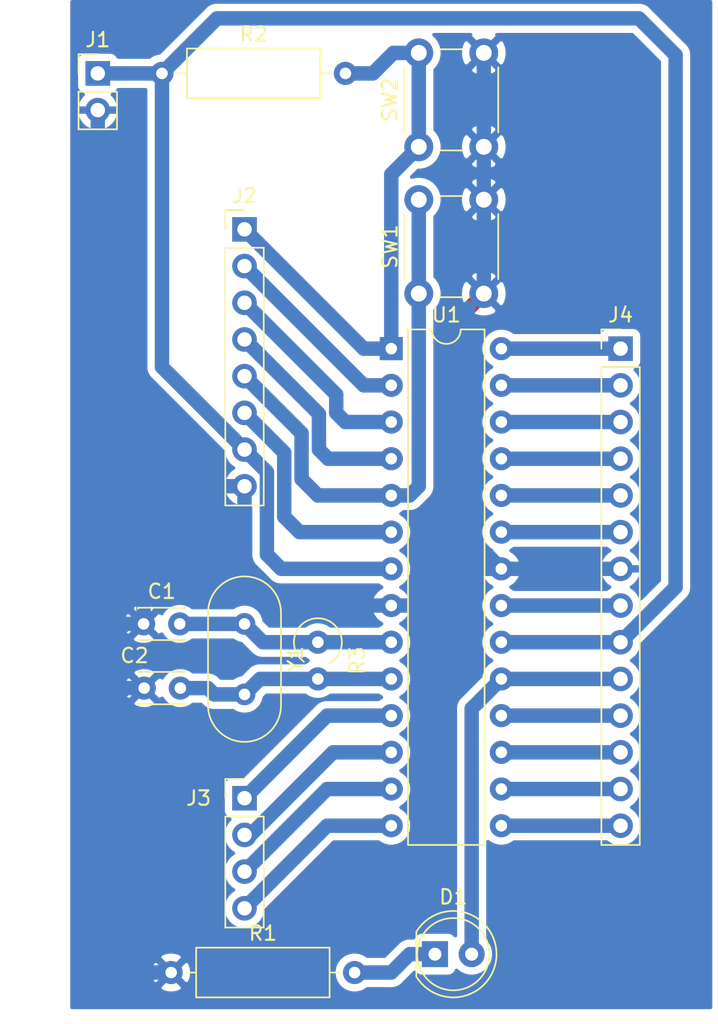
<source format=kicad_pcb>
(kicad_pcb (version 20171130) (host pcbnew "(5.1.9)-1")

  (general
    (thickness 1.6)
    (drawings 0)
    (tracks 108)
    (zones 0)
    (modules 14)
    (nets 28)
  )

  (page A4)
  (layers
    (0 F.Cu signal)
    (31 B.Cu signal)
    (32 B.Adhes user)
    (33 F.Adhes user)
    (34 B.Paste user)
    (35 F.Paste user)
    (36 B.SilkS user)
    (37 F.SilkS user)
    (38 B.Mask user)
    (39 F.Mask user)
    (40 Dwgs.User user)
    (41 Cmts.User user)
    (42 Eco1.User user)
    (43 Eco2.User user)
    (44 Edge.Cuts user)
    (45 Margin user)
    (46 B.CrtYd user)
    (47 F.CrtYd user)
    (48 B.Fab user)
    (49 F.Fab user)
  )

  (setup
    (last_trace_width 1)
    (user_trace_width 1)
    (trace_clearance 0.2)
    (zone_clearance 0.508)
    (zone_45_only no)
    (trace_min 0.2)
    (via_size 0.8)
    (via_drill 0.4)
    (via_min_size 0.4)
    (via_min_drill 0.3)
    (uvia_size 0.3)
    (uvia_drill 0.1)
    (uvias_allowed no)
    (uvia_min_size 0.2)
    (uvia_min_drill 0.1)
    (edge_width 0.05)
    (segment_width 0.2)
    (pcb_text_width 0.3)
    (pcb_text_size 1.5 1.5)
    (mod_edge_width 0.12)
    (mod_text_size 1 1)
    (mod_text_width 0.15)
    (pad_size 1.524 1.524)
    (pad_drill 0.762)
    (pad_to_mask_clearance 0)
    (aux_axis_origin 0 0)
    (visible_elements FFFFFF7F)
    (pcbplotparams
      (layerselection 0x010fc_ffffffff)
      (usegerberextensions false)
      (usegerberattributes true)
      (usegerberadvancedattributes true)
      (creategerberjobfile true)
      (excludeedgelayer true)
      (linewidth 0.100000)
      (plotframeref false)
      (viasonmask false)
      (mode 1)
      (useauxorigin false)
      (hpglpennumber 1)
      (hpglpenspeed 20)
      (hpglpendiameter 15.000000)
      (psnegative false)
      (psa4output false)
      (plotreference true)
      (plotvalue true)
      (plotinvisibletext false)
      (padsonsilk false)
      (subtractmaskfromsilk false)
      (outputformat 1)
      (mirror false)
      (drillshape 1)
      (scaleselection 1)
      (outputdirectory ""))
  )

  (net 0 "")
  (net 1 GND)
  (net 2 "Net-(C1-Pad2)")
  (net 3 "Net-(C2-Pad2)")
  (net 4 "Net-(D1-Pad1)")
  (net 5 D13.SCK)
  (net 6 VCC)
  (net 7 RST)
  (net 8 D0.RXD)
  (net 9 D1.TXD)
  (net 10 D2.INT0)
  (net 11 D3~.INT1)
  (net 12 D4)
  (net 13 D5~)
  (net 14 D6)
  (net 15 D7)
  (net 16 D8)
  (net 17 A5.SCL)
  (net 18 A4.SDA)
  (net 19 A3)
  (net 20 A2)
  (net 21 A1)
  (net 22 A0)
  (net 23 AREF)
  (net 24 D12.MISO)
  (net 25 D11.MOSI)
  (net 26 D10.SS)
  (net 27 D9)

  (net_class Default "This is the default net class."
    (clearance 0.2)
    (trace_width 0.25)
    (via_dia 0.8)
    (via_drill 0.4)
    (uvia_dia 0.3)
    (uvia_drill 0.1)
    (add_net A0)
    (add_net A1)
    (add_net A2)
    (add_net A3)
    (add_net A4.SDA)
    (add_net A5.SCL)
    (add_net AREF)
    (add_net D0.RXD)
    (add_net D1.TXD)
    (add_net D10.SS)
    (add_net D11.MOSI)
    (add_net D12.MISO)
    (add_net D13.SCK)
    (add_net D2.INT0)
    (add_net D3~.INT1)
    (add_net D4)
    (add_net D5~)
    (add_net D6)
    (add_net D7)
    (add_net D8)
    (add_net D9)
    (add_net GND)
    (add_net "Net-(C1-Pad2)")
    (add_net "Net-(C2-Pad2)")
    (add_net "Net-(D1-Pad1)")
    (add_net RST)
    (add_net VCC)
  )

  (module Resistor_THT:R_Axial_DIN0309_L9.0mm_D3.2mm_P2.54mm_Vertical (layer F.Cu) (tedit 5AE5139B) (tstamp 61486F49)
    (at 142.875 106.68 270)
    (descr "Resistor, Axial_DIN0309 series, Axial, Vertical, pin pitch=2.54mm, 0.5W = 1/2W, length*diameter=9*3.2mm^2, http://cdn-reichelt.de/documents/datenblatt/B400/1_4W%23YAG.pdf")
    (tags "Resistor Axial_DIN0309 series Axial Vertical pin pitch 2.54mm 0.5W = 1/2W length 9mm diameter 3.2mm")
    (path /6147A038)
    (fp_text reference R3 (at 1.27 -2.72 90) (layer F.SilkS)
      (effects (font (size 1 1) (thickness 0.15)))
    )
    (fp_text value 1M (at 5.08 0 180) (layer F.Fab)
      (effects (font (size 1 1) (thickness 0.15)))
    )
    (fp_text user %R (at 1.27 -2.72 90) (layer F.Fab)
      (effects (font (size 1 1) (thickness 0.15)))
    )
    (fp_arc (start 0 0) (end 1.453272 -0.8) (angle -295.326041) (layer F.SilkS) (width 0.12))
    (fp_circle (center 0 0) (end 1.6 0) (layer F.Fab) (width 0.1))
    (fp_line (start 0 0) (end 2.54 0) (layer F.Fab) (width 0.1))
    (fp_line (start -1.85 -1.85) (end -1.85 1.85) (layer F.CrtYd) (width 0.05))
    (fp_line (start -1.85 1.85) (end 3.59 1.85) (layer F.CrtYd) (width 0.05))
    (fp_line (start 3.59 1.85) (end 3.59 -1.85) (layer F.CrtYd) (width 0.05))
    (fp_line (start 3.59 -1.85) (end -1.85 -1.85) (layer F.CrtYd) (width 0.05))
    (pad 2 thru_hole oval (at 2.54 0 270) (size 1.6 1.6) (drill 0.8) (layers *.Cu *.Mask)
      (net 3 "Net-(C2-Pad2)"))
    (pad 1 thru_hole circle (at 0 0 270) (size 1.6 1.6) (drill 0.8) (layers *.Cu *.Mask)
      (net 2 "Net-(C1-Pad2)"))
    (model ${KISYS3DMOD}/Resistor_THT.3dshapes/R_Axial_DIN0309_L9.0mm_D3.2mm_P2.54mm_Vertical.wrl
      (at (xyz 0 0 0))
      (scale (xyz 1 1 1))
      (rotate (xyz 0 0 0))
    )
  )

  (module Button_Switch_THT:SW_PUSH_6mm_H5mm (layer F.Cu) (tedit 5A02FE31) (tstamp 6148560C)
    (at 149.86 72.39 90)
    (descr "tactile push button, 6x6mm e.g. PHAP33xx series, height=5mm")
    (tags "tact sw push 6mm")
    (path /6147C0B1)
    (fp_text reference SW2 (at 3.25 -2 90) (layer F.SilkS)
      (effects (font (size 1 1) (thickness 0.15)))
    )
    (fp_text value RST (at 3.175 7.62 180) (layer F.Fab)
      (effects (font (size 1 1) (thickness 0.15)))
    )
    (fp_circle (center 3.25 2.25) (end 1.25 2.5) (layer F.Fab) (width 0.1))
    (fp_line (start 6.75 3) (end 6.75 1.5) (layer F.SilkS) (width 0.12))
    (fp_line (start 5.5 -1) (end 1 -1) (layer F.SilkS) (width 0.12))
    (fp_line (start -0.25 1.5) (end -0.25 3) (layer F.SilkS) (width 0.12))
    (fp_line (start 1 5.5) (end 5.5 5.5) (layer F.SilkS) (width 0.12))
    (fp_line (start 8 -1.25) (end 8 5.75) (layer F.CrtYd) (width 0.05))
    (fp_line (start 7.75 6) (end -1.25 6) (layer F.CrtYd) (width 0.05))
    (fp_line (start -1.5 5.75) (end -1.5 -1.25) (layer F.CrtYd) (width 0.05))
    (fp_line (start -1.25 -1.5) (end 7.75 -1.5) (layer F.CrtYd) (width 0.05))
    (fp_line (start -1.5 6) (end -1.25 6) (layer F.CrtYd) (width 0.05))
    (fp_line (start -1.5 5.75) (end -1.5 6) (layer F.CrtYd) (width 0.05))
    (fp_line (start -1.5 -1.5) (end -1.25 -1.5) (layer F.CrtYd) (width 0.05))
    (fp_line (start -1.5 -1.25) (end -1.5 -1.5) (layer F.CrtYd) (width 0.05))
    (fp_line (start 8 -1.5) (end 8 -1.25) (layer F.CrtYd) (width 0.05))
    (fp_line (start 7.75 -1.5) (end 8 -1.5) (layer F.CrtYd) (width 0.05))
    (fp_line (start 8 6) (end 8 5.75) (layer F.CrtYd) (width 0.05))
    (fp_line (start 7.75 6) (end 8 6) (layer F.CrtYd) (width 0.05))
    (fp_line (start 0.25 -0.75) (end 3.25 -0.75) (layer F.Fab) (width 0.1))
    (fp_line (start 0.25 5.25) (end 0.25 -0.75) (layer F.Fab) (width 0.1))
    (fp_line (start 6.25 5.25) (end 0.25 5.25) (layer F.Fab) (width 0.1))
    (fp_line (start 6.25 -0.75) (end 6.25 5.25) (layer F.Fab) (width 0.1))
    (fp_line (start 3.25 -0.75) (end 6.25 -0.75) (layer F.Fab) (width 0.1))
    (fp_text user %R (at 3.25 2.25 90) (layer F.Fab)
      (effects (font (size 1 1) (thickness 0.15)))
    )
    (pad 2 thru_hole circle (at 0 4.5 180) (size 2 2) (drill 1.1) (layers *.Cu *.Mask)
      (net 1 GND))
    (pad 1 thru_hole circle (at 0 0 180) (size 2 2) (drill 1.1) (layers *.Cu *.Mask)
      (net 7 RST))
    (pad 2 thru_hole circle (at 6.5 4.5 180) (size 2 2) (drill 1.1) (layers *.Cu *.Mask)
      (net 1 GND))
    (pad 1 thru_hole circle (at 6.5 0 180) (size 2 2) (drill 1.1) (layers *.Cu *.Mask)
      (net 7 RST))
    (model ${KISYS3DMOD}/Button_Switch_THT.3dshapes/SW_PUSH_6mm_H5mm.wrl
      (at (xyz 0 0 0))
      (scale (xyz 1 1 1))
      (rotate (xyz 0 0 0))
    )
  )

  (module Capacitor_THT:C_Disc_D3.0mm_W2.0mm_P2.50mm (layer F.Cu) (tedit 5AE50EF0) (tstamp 61484923)
    (at 130.81 105.41)
    (descr "C, Disc series, Radial, pin pitch=2.50mm, , diameter*width=3*2mm^2, Capacitor")
    (tags "C Disc series Radial pin pitch 2.50mm  diameter 3mm width 2mm Capacitor")
    (path /61479417)
    (fp_text reference C1 (at 1.25 -2.25) (layer F.SilkS)
      (effects (font (size 1 1) (thickness 0.15)))
    )
    (fp_text value 22pF (at 2.54 2.25) (layer F.Fab)
      (effects (font (size 1 1) (thickness 0.15)))
    )
    (fp_line (start 3.55 -1.25) (end -1.05 -1.25) (layer F.CrtYd) (width 0.05))
    (fp_line (start 3.55 1.25) (end 3.55 -1.25) (layer F.CrtYd) (width 0.05))
    (fp_line (start -1.05 1.25) (end 3.55 1.25) (layer F.CrtYd) (width 0.05))
    (fp_line (start -1.05 -1.25) (end -1.05 1.25) (layer F.CrtYd) (width 0.05))
    (fp_line (start 2.87 1.055) (end 2.87 1.12) (layer F.SilkS) (width 0.12))
    (fp_line (start 2.87 -1.12) (end 2.87 -1.055) (layer F.SilkS) (width 0.12))
    (fp_line (start -0.37 1.055) (end -0.37 1.12) (layer F.SilkS) (width 0.12))
    (fp_line (start -0.37 -1.12) (end -0.37 -1.055) (layer F.SilkS) (width 0.12))
    (fp_line (start -0.37 1.12) (end 2.87 1.12) (layer F.SilkS) (width 0.12))
    (fp_line (start -0.37 -1.12) (end 2.87 -1.12) (layer F.SilkS) (width 0.12))
    (fp_line (start 2.75 -1) (end -0.25 -1) (layer F.Fab) (width 0.1))
    (fp_line (start 2.75 1) (end 2.75 -1) (layer F.Fab) (width 0.1))
    (fp_line (start -0.25 1) (end 2.75 1) (layer F.Fab) (width 0.1))
    (fp_line (start -0.25 -1) (end -0.25 1) (layer F.Fab) (width 0.1))
    (fp_text user %R (at 1.25 0) (layer F.Fab)
      (effects (font (size 0.6 0.6) (thickness 0.09)))
    )
    (pad 1 thru_hole circle (at 0 0) (size 1.6 1.6) (drill 0.8) (layers *.Cu *.Mask)
      (net 1 GND))
    (pad 2 thru_hole circle (at 2.5 0) (size 1.6 1.6) (drill 0.8) (layers *.Cu *.Mask)
      (net 2 "Net-(C1-Pad2)"))
    (model ${KISYS3DMOD}/Capacitor_THT.3dshapes/C_Disc_D3.0mm_W2.0mm_P2.50mm.wrl
      (at (xyz 0 0 0))
      (scale (xyz 1 1 1))
      (rotate (xyz 0 0 0))
    )
  )

  (module Capacitor_THT:C_Disc_D3.0mm_W2.0mm_P2.50mm (layer F.Cu) (tedit 5AE50EF0) (tstamp 614857F4)
    (at 130.85 109.855)
    (descr "C, Disc series, Radial, pin pitch=2.50mm, , diameter*width=3*2mm^2, Capacitor")
    (tags "C Disc series Radial pin pitch 2.50mm  diameter 3mm width 2mm Capacitor")
    (path /61479D45)
    (fp_text reference C2 (at -0.675 -2.25) (layer F.SilkS)
      (effects (font (size 1 1) (thickness 0.15)))
    )
    (fp_text value 22pF (at 1.25 2.25) (layer F.Fab)
      (effects (font (size 1 1) (thickness 0.15)))
    )
    (fp_text user %R (at 1.25 0) (layer F.Fab)
      (effects (font (size 0.6 0.6) (thickness 0.09)))
    )
    (fp_line (start -0.25 -1) (end -0.25 1) (layer F.Fab) (width 0.1))
    (fp_line (start -0.25 1) (end 2.75 1) (layer F.Fab) (width 0.1))
    (fp_line (start 2.75 1) (end 2.75 -1) (layer F.Fab) (width 0.1))
    (fp_line (start 2.75 -1) (end -0.25 -1) (layer F.Fab) (width 0.1))
    (fp_line (start -0.37 -1.12) (end 2.87 -1.12) (layer F.SilkS) (width 0.12))
    (fp_line (start -0.37 1.12) (end 2.87 1.12) (layer F.SilkS) (width 0.12))
    (fp_line (start -0.37 -1.12) (end -0.37 -1.055) (layer F.SilkS) (width 0.12))
    (fp_line (start -0.37 1.055) (end -0.37 1.12) (layer F.SilkS) (width 0.12))
    (fp_line (start 2.87 -1.12) (end 2.87 -1.055) (layer F.SilkS) (width 0.12))
    (fp_line (start 2.87 1.055) (end 2.87 1.12) (layer F.SilkS) (width 0.12))
    (fp_line (start -1.05 -1.25) (end -1.05 1.25) (layer F.CrtYd) (width 0.05))
    (fp_line (start -1.05 1.25) (end 3.55 1.25) (layer F.CrtYd) (width 0.05))
    (fp_line (start 3.55 1.25) (end 3.55 -1.25) (layer F.CrtYd) (width 0.05))
    (fp_line (start 3.55 -1.25) (end -1.05 -1.25) (layer F.CrtYd) (width 0.05))
    (pad 2 thru_hole circle (at 2.5 0) (size 1.6 1.6) (drill 0.8) (layers *.Cu *.Mask)
      (net 3 "Net-(C2-Pad2)"))
    (pad 1 thru_hole circle (at 0 0) (size 1.6 1.6) (drill 0.8) (layers *.Cu *.Mask)
      (net 1 GND))
    (model ${KISYS3DMOD}/Capacitor_THT.3dshapes/C_Disc_D3.0mm_W2.0mm_P2.50mm.wrl
      (at (xyz 0 0 0))
      (scale (xyz 1 1 1))
      (rotate (xyz 0 0 0))
    )
  )

  (module LED_THT:LED_D5.0mm_Clear (layer F.Cu) (tedit 5A6C9BC0) (tstamp 6148494A)
    (at 150.980001 128.27)
    (descr "LED, diameter 5.0mm, 2 pins, http://cdn-reichelt.de/documents/datenblatt/A500/LL-504BC2E-009.pdf")
    (tags "LED diameter 5.0mm 2 pins")
    (path /6147B033)
    (fp_text reference D1 (at 1.27 -3.96) (layer F.SilkS)
      (effects (font (size 1 1) (thickness 0.15)))
    )
    (fp_text value LED (at 1.27 3.96) (layer F.Fab)
      (effects (font (size 1 1) (thickness 0.15)))
    )
    (fp_circle (center 1.27 0) (end 3.77 0) (layer F.SilkS) (width 0.12))
    (fp_circle (center 1.27 0) (end 3.77 0) (layer F.Fab) (width 0.1))
    (fp_line (start 4.5 -3.25) (end -1.95 -3.25) (layer F.CrtYd) (width 0.05))
    (fp_line (start 4.5 3.25) (end 4.5 -3.25) (layer F.CrtYd) (width 0.05))
    (fp_line (start -1.95 3.25) (end 4.5 3.25) (layer F.CrtYd) (width 0.05))
    (fp_line (start -1.95 -3.25) (end -1.95 3.25) (layer F.CrtYd) (width 0.05))
    (fp_line (start -1.29 -1.545) (end -1.29 1.545) (layer F.SilkS) (width 0.12))
    (fp_line (start -1.23 -1.469694) (end -1.23 1.469694) (layer F.Fab) (width 0.1))
    (fp_text user %R (at 1.25 0) (layer F.Fab)
      (effects (font (size 0.8 0.8) (thickness 0.2)))
    )
    (fp_arc (start 1.27 0) (end -1.23 -1.469694) (angle 299.1) (layer F.Fab) (width 0.1))
    (fp_arc (start 1.27 0) (end -1.29 -1.54483) (angle 148.9) (layer F.SilkS) (width 0.12))
    (fp_arc (start 1.27 0) (end -1.29 1.54483) (angle -148.9) (layer F.SilkS) (width 0.12))
    (pad 1 thru_hole rect (at 0 0) (size 1.8 1.8) (drill 0.9) (layers *.Cu *.Mask)
      (net 4 "Net-(D1-Pad1)"))
    (pad 2 thru_hole circle (at 2.54 0) (size 1.8 1.8) (drill 0.9) (layers *.Cu *.Mask)
      (net 5 D13.SCK))
    (model ${KISYS3DMOD}/LED_THT.3dshapes/LED_D5.0mm_Clear.wrl
      (at (xyz 0 0 0))
      (scale (xyz 1 1 1))
      (rotate (xyz 0 0 0))
    )
  )

  (module Connector_PinHeader_2.54mm:PinHeader_1x02_P2.54mm_Vertical (layer F.Cu) (tedit 59FED5CC) (tstamp 61484960)
    (at 127.635 67.31)
    (descr "Through hole straight pin header, 1x02, 2.54mm pitch, single row")
    (tags "Through hole pin header THT 1x02 2.54mm single row")
    (path /6147DF5C)
    (fp_text reference J1 (at 0 -2.33) (layer F.SilkS)
      (effects (font (size 1 1) (thickness 0.15)))
    )
    (fp_text value Conn_01x02_Male (at 0 4.87) (layer F.Fab)
      (effects (font (size 1 1) (thickness 0.15)))
    )
    (fp_line (start 1.8 -1.8) (end -1.8 -1.8) (layer F.CrtYd) (width 0.05))
    (fp_line (start 1.8 4.35) (end 1.8 -1.8) (layer F.CrtYd) (width 0.05))
    (fp_line (start -1.8 4.35) (end 1.8 4.35) (layer F.CrtYd) (width 0.05))
    (fp_line (start -1.8 -1.8) (end -1.8 4.35) (layer F.CrtYd) (width 0.05))
    (fp_line (start -1.33 -1.33) (end 0 -1.33) (layer F.SilkS) (width 0.12))
    (fp_line (start -1.33 0) (end -1.33 -1.33) (layer F.SilkS) (width 0.12))
    (fp_line (start -1.33 1.27) (end 1.33 1.27) (layer F.SilkS) (width 0.12))
    (fp_line (start 1.33 1.27) (end 1.33 3.87) (layer F.SilkS) (width 0.12))
    (fp_line (start -1.33 1.27) (end -1.33 3.87) (layer F.SilkS) (width 0.12))
    (fp_line (start -1.33 3.87) (end 1.33 3.87) (layer F.SilkS) (width 0.12))
    (fp_line (start -1.27 -0.635) (end -0.635 -1.27) (layer F.Fab) (width 0.1))
    (fp_line (start -1.27 3.81) (end -1.27 -0.635) (layer F.Fab) (width 0.1))
    (fp_line (start 1.27 3.81) (end -1.27 3.81) (layer F.Fab) (width 0.1))
    (fp_line (start 1.27 -1.27) (end 1.27 3.81) (layer F.Fab) (width 0.1))
    (fp_line (start -0.635 -1.27) (end 1.27 -1.27) (layer F.Fab) (width 0.1))
    (fp_text user %R (at 0 1.27 90) (layer F.Fab)
      (effects (font (size 1 1) (thickness 0.15)))
    )
    (pad 1 thru_hole rect (at 0 0) (size 1.7 1.7) (drill 1) (layers *.Cu *.Mask)
      (net 6 VCC))
    (pad 2 thru_hole oval (at 0 2.54) (size 1.7 1.7) (drill 1) (layers *.Cu *.Mask)
      (net 1 GND))
    (model ${KISYS3DMOD}/Connector_PinHeader_2.54mm.3dshapes/PinHeader_1x02_P2.54mm_Vertical.wrl
      (at (xyz 0 0 0))
      (scale (xyz 1 1 1))
      (rotate (xyz 0 0 0))
    )
  )

  (module Connector_PinHeader_2.54mm:PinHeader_1x08_P2.54mm_Vertical (layer F.Cu) (tedit 59FED5CC) (tstamp 6148497C)
    (at 137.795 78.105)
    (descr "Through hole straight pin header, 1x08, 2.54mm pitch, single row")
    (tags "Through hole pin header THT 1x08 2.54mm single row")
    (path /614813CA)
    (fp_text reference J2 (at 0 -2.33) (layer F.SilkS)
      (effects (font (size 1 1) (thickness 0.15)))
    )
    (fp_text value Conn_01x08_Male (at 0 20.11) (layer F.Fab)
      (effects (font (size 1 1) (thickness 0.15)))
    )
    (fp_line (start 1.8 -1.8) (end -1.8 -1.8) (layer F.CrtYd) (width 0.05))
    (fp_line (start 1.8 19.55) (end 1.8 -1.8) (layer F.CrtYd) (width 0.05))
    (fp_line (start -1.8 19.55) (end 1.8 19.55) (layer F.CrtYd) (width 0.05))
    (fp_line (start -1.8 -1.8) (end -1.8 19.55) (layer F.CrtYd) (width 0.05))
    (fp_line (start -1.33 -1.33) (end 0 -1.33) (layer F.SilkS) (width 0.12))
    (fp_line (start -1.33 0) (end -1.33 -1.33) (layer F.SilkS) (width 0.12))
    (fp_line (start -1.33 1.27) (end 1.33 1.27) (layer F.SilkS) (width 0.12))
    (fp_line (start 1.33 1.27) (end 1.33 19.11) (layer F.SilkS) (width 0.12))
    (fp_line (start -1.33 1.27) (end -1.33 19.11) (layer F.SilkS) (width 0.12))
    (fp_line (start -1.33 19.11) (end 1.33 19.11) (layer F.SilkS) (width 0.12))
    (fp_line (start -1.27 -0.635) (end -0.635 -1.27) (layer F.Fab) (width 0.1))
    (fp_line (start -1.27 19.05) (end -1.27 -0.635) (layer F.Fab) (width 0.1))
    (fp_line (start 1.27 19.05) (end -1.27 19.05) (layer F.Fab) (width 0.1))
    (fp_line (start 1.27 -1.27) (end 1.27 19.05) (layer F.Fab) (width 0.1))
    (fp_line (start -0.635 -1.27) (end 1.27 -1.27) (layer F.Fab) (width 0.1))
    (fp_text user %R (at 0 8.89 90) (layer F.Fab)
      (effects (font (size 1 1) (thickness 0.15)))
    )
    (pad 1 thru_hole rect (at 0 0) (size 1.7 1.7) (drill 1) (layers *.Cu *.Mask)
      (net 7 RST))
    (pad 2 thru_hole oval (at 0 2.54) (size 1.7 1.7) (drill 1) (layers *.Cu *.Mask)
      (net 8 D0.RXD))
    (pad 3 thru_hole oval (at 0 5.08) (size 1.7 1.7) (drill 1) (layers *.Cu *.Mask)
      (net 9 D1.TXD))
    (pad 4 thru_hole oval (at 0 7.62) (size 1.7 1.7) (drill 1) (layers *.Cu *.Mask)
      (net 10 D2.INT0))
    (pad 5 thru_hole oval (at 0 10.16) (size 1.7 1.7) (drill 1) (layers *.Cu *.Mask)
      (net 11 D3~.INT1))
    (pad 6 thru_hole oval (at 0 12.7) (size 1.7 1.7) (drill 1) (layers *.Cu *.Mask)
      (net 12 D4))
    (pad 7 thru_hole oval (at 0 15.24) (size 1.7 1.7) (drill 1) (layers *.Cu *.Mask)
      (net 6 VCC))
    (pad 8 thru_hole oval (at 0 17.78) (size 1.7 1.7) (drill 1) (layers *.Cu *.Mask)
      (net 1 GND))
    (model ${KISYS3DMOD}/Connector_PinHeader_2.54mm.3dshapes/PinHeader_1x08_P2.54mm_Vertical.wrl
      (at (xyz 0 0 0))
      (scale (xyz 1 1 1))
      (rotate (xyz 0 0 0))
    )
  )

  (module Connector_PinHeader_2.54mm:PinHeader_1x04_P2.54mm_Vertical (layer F.Cu) (tedit 59FED5CC) (tstamp 61484994)
    (at 137.795 117.475)
    (descr "Through hole straight pin header, 1x04, 2.54mm pitch, single row")
    (tags "Through hole pin header THT 1x04 2.54mm single row")
    (path /614803BB)
    (fp_text reference J3 (at -3.175 0) (layer F.SilkS)
      (effects (font (size 1 1) (thickness 0.15)))
    )
    (fp_text value Conn_01x04_Male (at 0 9.95) (layer F.Fab)
      (effects (font (size 1 1) (thickness 0.15)))
    )
    (fp_line (start 1.8 -1.8) (end -1.8 -1.8) (layer F.CrtYd) (width 0.05))
    (fp_line (start 1.8 9.4) (end 1.8 -1.8) (layer F.CrtYd) (width 0.05))
    (fp_line (start -1.8 9.4) (end 1.8 9.4) (layer F.CrtYd) (width 0.05))
    (fp_line (start -1.8 -1.8) (end -1.8 9.4) (layer F.CrtYd) (width 0.05))
    (fp_line (start -1.33 -1.33) (end 0 -1.33) (layer F.SilkS) (width 0.12))
    (fp_line (start -1.33 0) (end -1.33 -1.33) (layer F.SilkS) (width 0.12))
    (fp_line (start -1.33 1.27) (end 1.33 1.27) (layer F.SilkS) (width 0.12))
    (fp_line (start 1.33 1.27) (end 1.33 8.95) (layer F.SilkS) (width 0.12))
    (fp_line (start -1.33 1.27) (end -1.33 8.95) (layer F.SilkS) (width 0.12))
    (fp_line (start -1.33 8.95) (end 1.33 8.95) (layer F.SilkS) (width 0.12))
    (fp_line (start -1.27 -0.635) (end -0.635 -1.27) (layer F.Fab) (width 0.1))
    (fp_line (start -1.27 8.89) (end -1.27 -0.635) (layer F.Fab) (width 0.1))
    (fp_line (start 1.27 8.89) (end -1.27 8.89) (layer F.Fab) (width 0.1))
    (fp_line (start 1.27 -1.27) (end 1.27 8.89) (layer F.Fab) (width 0.1))
    (fp_line (start -0.635 -1.27) (end 1.27 -1.27) (layer F.Fab) (width 0.1))
    (fp_text user %R (at 0 3.81 90) (layer F.Fab)
      (effects (font (size 1 1) (thickness 0.15)))
    )
    (pad 1 thru_hole rect (at 0 0) (size 1.7 1.7) (drill 1) (layers *.Cu *.Mask)
      (net 13 D5~))
    (pad 2 thru_hole oval (at 0 2.54) (size 1.7 1.7) (drill 1) (layers *.Cu *.Mask)
      (net 14 D6))
    (pad 3 thru_hole oval (at 0 5.08) (size 1.7 1.7) (drill 1) (layers *.Cu *.Mask)
      (net 15 D7))
    (pad 4 thru_hole oval (at 0 7.62) (size 1.7 1.7) (drill 1) (layers *.Cu *.Mask)
      (net 16 D8))
    (model ${KISYS3DMOD}/Connector_PinHeader_2.54mm.3dshapes/PinHeader_1x04_P2.54mm_Vertical.wrl
      (at (xyz 0 0 0))
      (scale (xyz 1 1 1))
      (rotate (xyz 0 0 0))
    )
  )

  (module Connector_PinHeader_2.54mm:PinHeader_1x14_P2.54mm_Vertical (layer F.Cu) (tedit 59FED5CC) (tstamp 614849B6)
    (at 163.83 86.36)
    (descr "Through hole straight pin header, 1x14, 2.54mm pitch, single row")
    (tags "Through hole pin header THT 1x14 2.54mm single row")
    (path /6147E8B8)
    (fp_text reference J4 (at 0 -2.33) (layer F.SilkS)
      (effects (font (size 1 1) (thickness 0.15)))
    )
    (fp_text value Conn_01x14_Male (at 0 35.35) (layer F.Fab)
      (effects (font (size 1 1) (thickness 0.15)))
    )
    (fp_line (start 1.8 -1.8) (end -1.8 -1.8) (layer F.CrtYd) (width 0.05))
    (fp_line (start 1.8 34.8) (end 1.8 -1.8) (layer F.CrtYd) (width 0.05))
    (fp_line (start -1.8 34.8) (end 1.8 34.8) (layer F.CrtYd) (width 0.05))
    (fp_line (start -1.8 -1.8) (end -1.8 34.8) (layer F.CrtYd) (width 0.05))
    (fp_line (start -1.33 -1.33) (end 0 -1.33) (layer F.SilkS) (width 0.12))
    (fp_line (start -1.33 0) (end -1.33 -1.33) (layer F.SilkS) (width 0.12))
    (fp_line (start -1.33 1.27) (end 1.33 1.27) (layer F.SilkS) (width 0.12))
    (fp_line (start 1.33 1.27) (end 1.33 34.35) (layer F.SilkS) (width 0.12))
    (fp_line (start -1.33 1.27) (end -1.33 34.35) (layer F.SilkS) (width 0.12))
    (fp_line (start -1.33 34.35) (end 1.33 34.35) (layer F.SilkS) (width 0.12))
    (fp_line (start -1.27 -0.635) (end -0.635 -1.27) (layer F.Fab) (width 0.1))
    (fp_line (start -1.27 34.29) (end -1.27 -0.635) (layer F.Fab) (width 0.1))
    (fp_line (start 1.27 34.29) (end -1.27 34.29) (layer F.Fab) (width 0.1))
    (fp_line (start 1.27 -1.27) (end 1.27 34.29) (layer F.Fab) (width 0.1))
    (fp_line (start -0.635 -1.27) (end 1.27 -1.27) (layer F.Fab) (width 0.1))
    (fp_text user %R (at 0 16.51 90) (layer F.Fab)
      (effects (font (size 1 1) (thickness 0.15)))
    )
    (pad 1 thru_hole rect (at 0 0) (size 1.7 1.7) (drill 1) (layers *.Cu *.Mask)
      (net 17 A5.SCL))
    (pad 2 thru_hole oval (at 0 2.54) (size 1.7 1.7) (drill 1) (layers *.Cu *.Mask)
      (net 18 A4.SDA))
    (pad 3 thru_hole oval (at 0 5.08) (size 1.7 1.7) (drill 1) (layers *.Cu *.Mask)
      (net 19 A3))
    (pad 4 thru_hole oval (at 0 7.62) (size 1.7 1.7) (drill 1) (layers *.Cu *.Mask)
      (net 20 A2))
    (pad 5 thru_hole oval (at 0 10.16) (size 1.7 1.7) (drill 1) (layers *.Cu *.Mask)
      (net 21 A1))
    (pad 6 thru_hole oval (at 0 12.7) (size 1.7 1.7) (drill 1) (layers *.Cu *.Mask)
      (net 22 A0))
    (pad 7 thru_hole oval (at 0 15.24) (size 1.7 1.7) (drill 1) (layers *.Cu *.Mask)
      (net 1 GND))
    (pad 8 thru_hole oval (at 0 17.78) (size 1.7 1.7) (drill 1) (layers *.Cu *.Mask)
      (net 23 AREF))
    (pad 9 thru_hole oval (at 0 20.32) (size 1.7 1.7) (drill 1) (layers *.Cu *.Mask)
      (net 6 VCC))
    (pad 10 thru_hole oval (at 0 22.86) (size 1.7 1.7) (drill 1) (layers *.Cu *.Mask)
      (net 5 D13.SCK))
    (pad 11 thru_hole oval (at 0 25.4) (size 1.7 1.7) (drill 1) (layers *.Cu *.Mask)
      (net 24 D12.MISO))
    (pad 12 thru_hole oval (at 0 27.94) (size 1.7 1.7) (drill 1) (layers *.Cu *.Mask)
      (net 25 D11.MOSI))
    (pad 13 thru_hole oval (at 0 30.48) (size 1.7 1.7) (drill 1) (layers *.Cu *.Mask)
      (net 26 D10.SS))
    (pad 14 thru_hole oval (at 0 33.02) (size 1.7 1.7) (drill 1) (layers *.Cu *.Mask)
      (net 27 D9))
    (model ${KISYS3DMOD}/Connector_PinHeader_2.54mm.3dshapes/PinHeader_1x14_P2.54mm_Vertical.wrl
      (at (xyz 0 0 0))
      (scale (xyz 1 1 1))
      (rotate (xyz 0 0 0))
    )
  )

  (module Resistor_THT:R_Axial_DIN0309_L9.0mm_D3.2mm_P12.70mm_Horizontal (layer F.Cu) (tedit 5AE5139B) (tstamp 61487316)
    (at 132.715 129.54)
    (descr "Resistor, Axial_DIN0309 series, Axial, Horizontal, pin pitch=12.7mm, 0.5W = 1/2W, length*diameter=9*3.2mm^2, http://cdn-reichelt.de/documents/datenblatt/B400/1_4W%23YAG.pdf")
    (tags "Resistor Axial_DIN0309 series Axial Horizontal pin pitch 12.7mm 0.5W = 1/2W length 9mm diameter 3.2mm")
    (path /6147A89D)
    (fp_text reference R1 (at 6.35 -2.72) (layer F.SilkS)
      (effects (font (size 1 1) (thickness 0.15)))
    )
    (fp_text value 1K (at 6.35 2.72) (layer F.Fab)
      (effects (font (size 1 1) (thickness 0.15)))
    )
    (fp_line (start 13.75 -1.85) (end -1.05 -1.85) (layer F.CrtYd) (width 0.05))
    (fp_line (start 13.75 1.85) (end 13.75 -1.85) (layer F.CrtYd) (width 0.05))
    (fp_line (start -1.05 1.85) (end 13.75 1.85) (layer F.CrtYd) (width 0.05))
    (fp_line (start -1.05 -1.85) (end -1.05 1.85) (layer F.CrtYd) (width 0.05))
    (fp_line (start 11.66 0) (end 10.97 0) (layer F.SilkS) (width 0.12))
    (fp_line (start 1.04 0) (end 1.73 0) (layer F.SilkS) (width 0.12))
    (fp_line (start 10.97 -1.72) (end 1.73 -1.72) (layer F.SilkS) (width 0.12))
    (fp_line (start 10.97 1.72) (end 10.97 -1.72) (layer F.SilkS) (width 0.12))
    (fp_line (start 1.73 1.72) (end 10.97 1.72) (layer F.SilkS) (width 0.12))
    (fp_line (start 1.73 -1.72) (end 1.73 1.72) (layer F.SilkS) (width 0.12))
    (fp_line (start 12.7 0) (end 10.85 0) (layer F.Fab) (width 0.1))
    (fp_line (start 0 0) (end 1.85 0) (layer F.Fab) (width 0.1))
    (fp_line (start 10.85 -1.6) (end 1.85 -1.6) (layer F.Fab) (width 0.1))
    (fp_line (start 10.85 1.6) (end 10.85 -1.6) (layer F.Fab) (width 0.1))
    (fp_line (start 1.85 1.6) (end 10.85 1.6) (layer F.Fab) (width 0.1))
    (fp_line (start 1.85 -1.6) (end 1.85 1.6) (layer F.Fab) (width 0.1))
    (fp_text user %R (at 6.35 0) (layer F.Fab)
      (effects (font (size 1 1) (thickness 0.15)))
    )
    (pad 1 thru_hole circle (at 0 0) (size 1.6 1.6) (drill 0.8) (layers *.Cu *.Mask)
      (net 1 GND))
    (pad 2 thru_hole oval (at 12.7 0) (size 1.6 1.6) (drill 0.8) (layers *.Cu *.Mask)
      (net 4 "Net-(D1-Pad1)"))
    (model ${KISYS3DMOD}/Resistor_THT.3dshapes/R_Axial_DIN0309_L9.0mm_D3.2mm_P12.70mm_Horizontal.wrl
      (at (xyz 0 0 0))
      (scale (xyz 1 1 1))
      (rotate (xyz 0 0 0))
    )
  )

  (module Resistor_THT:R_Axial_DIN0309_L9.0mm_D3.2mm_P12.70mm_Horizontal (layer F.Cu) (tedit 5AE5139B) (tstamp 614849E4)
    (at 132.08 67.31)
    (descr "Resistor, Axial_DIN0309 series, Axial, Horizontal, pin pitch=12.7mm, 0.5W = 1/2W, length*diameter=9*3.2mm^2, http://cdn-reichelt.de/documents/datenblatt/B400/1_4W%23YAG.pdf")
    (tags "Resistor Axial_DIN0309 series Axial Horizontal pin pitch 12.7mm 0.5W = 1/2W length 9mm diameter 3.2mm")
    (path /6147A5C7)
    (fp_text reference R2 (at 6.35 -2.72) (layer F.SilkS)
      (effects (font (size 1 1) (thickness 0.15)))
    )
    (fp_text value 10K (at 6.35 2.72) (layer F.Fab)
      (effects (font (size 1 1) (thickness 0.15)))
    )
    (fp_text user %R (at 6.35 0) (layer F.Fab)
      (effects (font (size 1 1) (thickness 0.15)))
    )
    (fp_line (start 1.85 -1.6) (end 1.85 1.6) (layer F.Fab) (width 0.1))
    (fp_line (start 1.85 1.6) (end 10.85 1.6) (layer F.Fab) (width 0.1))
    (fp_line (start 10.85 1.6) (end 10.85 -1.6) (layer F.Fab) (width 0.1))
    (fp_line (start 10.85 -1.6) (end 1.85 -1.6) (layer F.Fab) (width 0.1))
    (fp_line (start 0 0) (end 1.85 0) (layer F.Fab) (width 0.1))
    (fp_line (start 12.7 0) (end 10.85 0) (layer F.Fab) (width 0.1))
    (fp_line (start 1.73 -1.72) (end 1.73 1.72) (layer F.SilkS) (width 0.12))
    (fp_line (start 1.73 1.72) (end 10.97 1.72) (layer F.SilkS) (width 0.12))
    (fp_line (start 10.97 1.72) (end 10.97 -1.72) (layer F.SilkS) (width 0.12))
    (fp_line (start 10.97 -1.72) (end 1.73 -1.72) (layer F.SilkS) (width 0.12))
    (fp_line (start 1.04 0) (end 1.73 0) (layer F.SilkS) (width 0.12))
    (fp_line (start 11.66 0) (end 10.97 0) (layer F.SilkS) (width 0.12))
    (fp_line (start -1.05 -1.85) (end -1.05 1.85) (layer F.CrtYd) (width 0.05))
    (fp_line (start -1.05 1.85) (end 13.75 1.85) (layer F.CrtYd) (width 0.05))
    (fp_line (start 13.75 1.85) (end 13.75 -1.85) (layer F.CrtYd) (width 0.05))
    (fp_line (start 13.75 -1.85) (end -1.05 -1.85) (layer F.CrtYd) (width 0.05))
    (pad 2 thru_hole oval (at 12.7 0) (size 1.6 1.6) (drill 0.8) (layers *.Cu *.Mask)
      (net 7 RST))
    (pad 1 thru_hole circle (at 0 0) (size 1.6 1.6) (drill 0.8) (layers *.Cu *.Mask)
      (net 6 VCC))
    (model ${KISYS3DMOD}/Resistor_THT.3dshapes/R_Axial_DIN0309_L9.0mm_D3.2mm_P12.70mm_Horizontal.wrl
      (at (xyz 0 0 0))
      (scale (xyz 1 1 1))
      (rotate (xyz 0 0 0))
    )
  )

  (module Button_Switch_THT:SW_PUSH_6mm_H5mm (layer F.Cu) (tedit 5A02FE31) (tstamp 61484A1A)
    (at 149.86 82.55 90)
    (descr "tactile push button, 6x6mm e.g. PHAP33xx series, height=5mm")
    (tags "tact sw push 6mm")
    (path /6147D2E3)
    (fp_text reference SW1 (at 3.25 -2 90) (layer F.SilkS)
      (effects (font (size 1 1) (thickness 0.15)))
    )
    (fp_text value D3/INT0 (at 3.175 9.525 180) (layer F.Fab)
      (effects (font (size 1 1) (thickness 0.15)))
    )
    (fp_text user %R (at 3.25 2.25) (layer F.Fab)
      (effects (font (size 1 1) (thickness 0.15)))
    )
    (fp_line (start 3.25 -0.75) (end 6.25 -0.75) (layer F.Fab) (width 0.1))
    (fp_line (start 6.25 -0.75) (end 6.25 5.25) (layer F.Fab) (width 0.1))
    (fp_line (start 6.25 5.25) (end 0.25 5.25) (layer F.Fab) (width 0.1))
    (fp_line (start 0.25 5.25) (end 0.25 -0.75) (layer F.Fab) (width 0.1))
    (fp_line (start 0.25 -0.75) (end 3.25 -0.75) (layer F.Fab) (width 0.1))
    (fp_line (start 7.75 6) (end 8 6) (layer F.CrtYd) (width 0.05))
    (fp_line (start 8 6) (end 8 5.75) (layer F.CrtYd) (width 0.05))
    (fp_line (start 7.75 -1.5) (end 8 -1.5) (layer F.CrtYd) (width 0.05))
    (fp_line (start 8 -1.5) (end 8 -1.25) (layer F.CrtYd) (width 0.05))
    (fp_line (start -1.5 -1.25) (end -1.5 -1.5) (layer F.CrtYd) (width 0.05))
    (fp_line (start -1.5 -1.5) (end -1.25 -1.5) (layer F.CrtYd) (width 0.05))
    (fp_line (start -1.5 5.75) (end -1.5 6) (layer F.CrtYd) (width 0.05))
    (fp_line (start -1.5 6) (end -1.25 6) (layer F.CrtYd) (width 0.05))
    (fp_line (start -1.25 -1.5) (end 7.75 -1.5) (layer F.CrtYd) (width 0.05))
    (fp_line (start -1.5 5.75) (end -1.5 -1.25) (layer F.CrtYd) (width 0.05))
    (fp_line (start 7.75 6) (end -1.25 6) (layer F.CrtYd) (width 0.05))
    (fp_line (start 8 -1.25) (end 8 5.75) (layer F.CrtYd) (width 0.05))
    (fp_line (start 1 5.5) (end 5.5 5.5) (layer F.SilkS) (width 0.12))
    (fp_line (start -0.25 1.5) (end -0.25 3) (layer F.SilkS) (width 0.12))
    (fp_line (start 5.5 -1) (end 1 -1) (layer F.SilkS) (width 0.12))
    (fp_line (start 6.75 3) (end 6.75 1.5) (layer F.SilkS) (width 0.12))
    (fp_circle (center 3.25 2.25) (end 1.25 2.5) (layer F.Fab) (width 0.1))
    (pad 1 thru_hole circle (at 6.5 0 180) (size 2 2) (drill 1.1) (layers *.Cu *.Mask)
      (net 11 D3~.INT1))
    (pad 2 thru_hole circle (at 6.5 4.5 180) (size 2 2) (drill 1.1) (layers *.Cu *.Mask)
      (net 1 GND))
    (pad 1 thru_hole circle (at 0 0 180) (size 2 2) (drill 1.1) (layers *.Cu *.Mask)
      (net 11 D3~.INT1))
    (pad 2 thru_hole circle (at 0 4.5 180) (size 2 2) (drill 1.1) (layers *.Cu *.Mask)
      (net 1 GND))
    (model ${KISYS3DMOD}/Button_Switch_THT.3dshapes/SW_PUSH_6mm_H5mm.wrl
      (at (xyz 0 0 0))
      (scale (xyz 1 1 1))
      (rotate (xyz 0 0 0))
    )
  )

  (module Package_DIP:DIP-28_W7.62mm (layer F.Cu) (tedit 5A02E8C5) (tstamp 61484A69)
    (at 147.955 86.36)
    (descr "28-lead though-hole mounted DIP package, row spacing 7.62 mm (300 mils)")
    (tags "THT DIP DIL PDIP 2.54mm 7.62mm 300mil")
    (path /61477781)
    (fp_text reference U1 (at 3.81 -2.33) (layer F.SilkS)
      (effects (font (size 1 1) (thickness 0.15)))
    )
    (fp_text value ATmega328P-PU (at 3.81 35.35) (layer F.Fab)
      (effects (font (size 1 1) (thickness 0.15)))
    )
    (fp_line (start 8.7 -1.55) (end -1.1 -1.55) (layer F.CrtYd) (width 0.05))
    (fp_line (start 8.7 34.55) (end 8.7 -1.55) (layer F.CrtYd) (width 0.05))
    (fp_line (start -1.1 34.55) (end 8.7 34.55) (layer F.CrtYd) (width 0.05))
    (fp_line (start -1.1 -1.55) (end -1.1 34.55) (layer F.CrtYd) (width 0.05))
    (fp_line (start 6.46 -1.33) (end 4.81 -1.33) (layer F.SilkS) (width 0.12))
    (fp_line (start 6.46 34.35) (end 6.46 -1.33) (layer F.SilkS) (width 0.12))
    (fp_line (start 1.16 34.35) (end 6.46 34.35) (layer F.SilkS) (width 0.12))
    (fp_line (start 1.16 -1.33) (end 1.16 34.35) (layer F.SilkS) (width 0.12))
    (fp_line (start 2.81 -1.33) (end 1.16 -1.33) (layer F.SilkS) (width 0.12))
    (fp_line (start 0.635 -0.27) (end 1.635 -1.27) (layer F.Fab) (width 0.1))
    (fp_line (start 0.635 34.29) (end 0.635 -0.27) (layer F.Fab) (width 0.1))
    (fp_line (start 6.985 34.29) (end 0.635 34.29) (layer F.Fab) (width 0.1))
    (fp_line (start 6.985 -1.27) (end 6.985 34.29) (layer F.Fab) (width 0.1))
    (fp_line (start 1.635 -1.27) (end 6.985 -1.27) (layer F.Fab) (width 0.1))
    (fp_arc (start 3.81 -1.33) (end 2.81 -1.33) (angle -180) (layer F.SilkS) (width 0.12))
    (fp_text user %R (at 3.81 16.51) (layer F.Fab)
      (effects (font (size 1 1) (thickness 0.15)))
    )
    (pad 1 thru_hole rect (at 0 0) (size 1.6 1.6) (drill 0.8) (layers *.Cu *.Mask)
      (net 7 RST))
    (pad 15 thru_hole oval (at 7.62 33.02) (size 1.6 1.6) (drill 0.8) (layers *.Cu *.Mask)
      (net 27 D9))
    (pad 2 thru_hole oval (at 0 2.54) (size 1.6 1.6) (drill 0.8) (layers *.Cu *.Mask)
      (net 8 D0.RXD))
    (pad 16 thru_hole oval (at 7.62 30.48) (size 1.6 1.6) (drill 0.8) (layers *.Cu *.Mask)
      (net 26 D10.SS))
    (pad 3 thru_hole oval (at 0 5.08) (size 1.6 1.6) (drill 0.8) (layers *.Cu *.Mask)
      (net 9 D1.TXD))
    (pad 17 thru_hole oval (at 7.62 27.94) (size 1.6 1.6) (drill 0.8) (layers *.Cu *.Mask)
      (net 25 D11.MOSI))
    (pad 4 thru_hole oval (at 0 7.62) (size 1.6 1.6) (drill 0.8) (layers *.Cu *.Mask)
      (net 10 D2.INT0))
    (pad 18 thru_hole oval (at 7.62 25.4) (size 1.6 1.6) (drill 0.8) (layers *.Cu *.Mask)
      (net 24 D12.MISO))
    (pad 5 thru_hole oval (at 0 10.16) (size 1.6 1.6) (drill 0.8) (layers *.Cu *.Mask)
      (net 11 D3~.INT1))
    (pad 19 thru_hole oval (at 7.62 22.86) (size 1.6 1.6) (drill 0.8) (layers *.Cu *.Mask)
      (net 5 D13.SCK))
    (pad 6 thru_hole oval (at 0 12.7) (size 1.6 1.6) (drill 0.8) (layers *.Cu *.Mask)
      (net 12 D4))
    (pad 20 thru_hole oval (at 7.62 20.32) (size 1.6 1.6) (drill 0.8) (layers *.Cu *.Mask)
      (net 6 VCC))
    (pad 7 thru_hole oval (at 0 15.24) (size 1.6 1.6) (drill 0.8) (layers *.Cu *.Mask)
      (net 6 VCC))
    (pad 21 thru_hole oval (at 7.62 17.78) (size 1.6 1.6) (drill 0.8) (layers *.Cu *.Mask)
      (net 23 AREF))
    (pad 8 thru_hole oval (at 0 17.78) (size 1.6 1.6) (drill 0.8) (layers *.Cu *.Mask)
      (net 1 GND))
    (pad 22 thru_hole oval (at 7.62 15.24) (size 1.6 1.6) (drill 0.8) (layers *.Cu *.Mask)
      (net 1 GND))
    (pad 9 thru_hole oval (at 0 20.32) (size 1.6 1.6) (drill 0.8) (layers *.Cu *.Mask)
      (net 2 "Net-(C1-Pad2)"))
    (pad 23 thru_hole oval (at 7.62 12.7) (size 1.6 1.6) (drill 0.8) (layers *.Cu *.Mask)
      (net 22 A0))
    (pad 10 thru_hole oval (at 0 22.86) (size 1.6 1.6) (drill 0.8) (layers *.Cu *.Mask)
      (net 3 "Net-(C2-Pad2)"))
    (pad 24 thru_hole oval (at 7.62 10.16) (size 1.6 1.6) (drill 0.8) (layers *.Cu *.Mask)
      (net 21 A1))
    (pad 11 thru_hole oval (at 0 25.4) (size 1.6 1.6) (drill 0.8) (layers *.Cu *.Mask)
      (net 13 D5~))
    (pad 25 thru_hole oval (at 7.62 7.62) (size 1.6 1.6) (drill 0.8) (layers *.Cu *.Mask)
      (net 20 A2))
    (pad 12 thru_hole oval (at 0 27.94) (size 1.6 1.6) (drill 0.8) (layers *.Cu *.Mask)
      (net 14 D6))
    (pad 26 thru_hole oval (at 7.62 5.08) (size 1.6 1.6) (drill 0.8) (layers *.Cu *.Mask)
      (net 19 A3))
    (pad 13 thru_hole oval (at 0 30.48) (size 1.6 1.6) (drill 0.8) (layers *.Cu *.Mask)
      (net 15 D7))
    (pad 27 thru_hole oval (at 7.62 2.54) (size 1.6 1.6) (drill 0.8) (layers *.Cu *.Mask)
      (net 18 A4.SDA))
    (pad 14 thru_hole oval (at 0 33.02) (size 1.6 1.6) (drill 0.8) (layers *.Cu *.Mask)
      (net 16 D8))
    (pad 28 thru_hole oval (at 7.62 0) (size 1.6 1.6) (drill 0.8) (layers *.Cu *.Mask)
      (net 17 A5.SCL))
    (model ${KISYS3DMOD}/Package_DIP.3dshapes/DIP-28_W7.62mm.wrl
      (at (xyz 0 0 0))
      (scale (xyz 1 1 1))
      (rotate (xyz 0 0 0))
    )
  )

  (module Crystal:Crystal_HC49-4H_Vertical (layer F.Cu) (tedit 5A1AD3B7) (tstamp 61484A80)
    (at 137.795 105.41 270)
    (descr "Crystal THT HC-49-4H http://5hertz.com/pdfs/04404_D.pdf")
    (tags "THT crystalHC-49-4H")
    (path /6147859D)
    (fp_text reference Y1 (at 2.44 -3.525 90) (layer F.SilkS)
      (effects (font (size 1 1) (thickness 0.15)))
    )
    (fp_text value 16MHz (at 8.89 0 180) (layer F.Fab)
      (effects (font (size 1 1) (thickness 0.15)))
    )
    (fp_line (start 8.5 -2.8) (end -3.6 -2.8) (layer F.CrtYd) (width 0.05))
    (fp_line (start 8.5 2.8) (end 8.5 -2.8) (layer F.CrtYd) (width 0.05))
    (fp_line (start -3.6 2.8) (end 8.5 2.8) (layer F.CrtYd) (width 0.05))
    (fp_line (start -3.6 -2.8) (end -3.6 2.8) (layer F.CrtYd) (width 0.05))
    (fp_line (start -0.76 2.525) (end 5.64 2.525) (layer F.SilkS) (width 0.12))
    (fp_line (start -0.76 -2.525) (end 5.64 -2.525) (layer F.SilkS) (width 0.12))
    (fp_line (start -0.56 2) (end 5.44 2) (layer F.Fab) (width 0.1))
    (fp_line (start -0.56 -2) (end 5.44 -2) (layer F.Fab) (width 0.1))
    (fp_line (start -0.76 2.325) (end 5.64 2.325) (layer F.Fab) (width 0.1))
    (fp_line (start -0.76 -2.325) (end 5.64 -2.325) (layer F.Fab) (width 0.1))
    (fp_text user %R (at 2.44 0 90) (layer F.Fab)
      (effects (font (size 1 1) (thickness 0.15)))
    )
    (fp_arc (start -0.76 0) (end -0.76 -2.325) (angle -180) (layer F.Fab) (width 0.1))
    (fp_arc (start 5.64 0) (end 5.64 -2.325) (angle 180) (layer F.Fab) (width 0.1))
    (fp_arc (start -0.56 0) (end -0.56 -2) (angle -180) (layer F.Fab) (width 0.1))
    (fp_arc (start 5.44 0) (end 5.44 -2) (angle 180) (layer F.Fab) (width 0.1))
    (fp_arc (start -0.76 0) (end -0.76 -2.525) (angle -180) (layer F.SilkS) (width 0.12))
    (fp_arc (start 5.64 0) (end 5.64 -2.525) (angle 180) (layer F.SilkS) (width 0.12))
    (pad 1 thru_hole circle (at 0 0 270) (size 1.5 1.5) (drill 0.8) (layers *.Cu *.Mask)
      (net 2 "Net-(C1-Pad2)"))
    (pad 2 thru_hole circle (at 4.88 0 270) (size 1.5 1.5) (drill 0.8) (layers *.Cu *.Mask)
      (net 3 "Net-(C2-Pad2)"))
    (model ${KISYS3DMOD}/Crystal.3dshapes/Crystal_HC49-4H_Vertical.wrl
      (at (xyz 0 0 0))
      (scale (xyz 1 1 1))
      (rotate (xyz 0 0 0))
    )
  )

  (segment (start 147.955 104.14) (end 150.495 104.14) (width 1) (layer B.Cu) (net 1))
  (segment (start 153.035 101.6) (end 155.575 101.6) (width 1) (layer B.Cu) (net 1))
  (segment (start 150.495 104.14) (end 153.035 101.6) (width 1) (layer B.Cu) (net 1))
  (segment (start 153.035 99.06) (end 155.575 101.6) (width 1) (layer B.Cu) (net 1))
  (segment (start 153.035 84.455) (end 153.035 99.06) (width 1) (layer B.Cu) (net 1))
  (segment (start 153.305001 83.549999) (end 153.035 83.82) (width 1) (layer B.Cu) (net 1))
  (segment (start 153.360001 83.549999) (end 153.305001 83.549999) (width 1) (layer F.Cu) (net 1))
  (segment (start 154.36 82.55) (end 153.360001 83.549999) (width 1) (layer F.Cu) (net 1))
  (segment (start 153.035 83.82) (end 153.035 84.455) (width 1) (layer F.Cu) (net 1))
  (segment (start 154.36 65.89) (end 154.36 72.39) (width 1) (layer B.Cu) (net 1))
  (segment (start 154.36 72.39) (end 154.36 76.05) (width 1) (layer B.Cu) (net 1))
  (segment (start 154.36 76.05) (end 154.36 82.55) (width 1) (layer B.Cu) (net 1))
  (segment (start 163.83 101.6) (end 155.575 101.6) (width 1) (layer B.Cu) (net 1))
  (segment (start 129.54 105.41) (end 127.635 107.315) (width 1) (layer B.Cu) (net 1))
  (segment (start 130.81 105.41) (end 129.54 105.41) (width 1) (layer B.Cu) (net 1))
  (segment (start 127.635 69.85) (end 127.635 107.315) (width 1) (layer B.Cu) (net 1))
  (segment (start 129.54 109.855) (end 127.635 111.76) (width 1) (layer B.Cu) (net 1))
  (segment (start 130.85 109.855) (end 129.54 109.855) (width 1) (layer B.Cu) (net 1))
  (segment (start 127.635 107.315) (end 127.635 111.76) (width 1) (layer B.Cu) (net 1))
  (segment (start 147.955 104.14) (end 139.065 104.14) (width 1) (layer B.Cu) (net 1))
  (segment (start 137.795 102.87) (end 137.795 95.885) (width 1) (layer B.Cu) (net 1))
  (segment (start 139.065 104.14) (end 137.795 102.87) (width 1) (layer B.Cu) (net 1))
  (segment (start 133.35 95.885) (end 130.81 98.425) (width 1) (layer B.Cu) (net 1))
  (segment (start 130.81 98.425) (end 130.81 105.41) (width 1) (layer B.Cu) (net 1))
  (segment (start 137.795 95.885) (end 133.35 95.885) (width 1) (layer B.Cu) (net 1))
  (segment (start 132.715 129.54) (end 130.81 129.54) (width 1) (layer B.Cu) (net 1))
  (segment (start 127.635 126.365) (end 127.635 111.76) (width 1) (layer B.Cu) (net 1))
  (segment (start 130.81 129.54) (end 127.635 126.365) (width 1) (layer B.Cu) (net 1))
  (segment (start 137.795 105.41) (end 133.31 105.41) (width 1) (layer B.Cu) (net 2))
  (segment (start 137.795 105.41) (end 139.065 106.68) (width 1) (layer B.Cu) (net 2))
  (segment (start 139.065 106.68) (end 142.875 106.68) (width 1) (layer B.Cu) (net 2))
  (segment (start 142.875 106.68) (end 147.955 106.68) (width 1) (layer B.Cu) (net 2))
  (segment (start 133.35 109.855) (end 135.255 109.855) (width 1) (layer B.Cu) (net 3))
  (segment (start 135.69 110.29) (end 137.795 110.29) (width 1) (layer B.Cu) (net 3))
  (segment (start 135.255 109.855) (end 135.69 110.29) (width 1) (layer B.Cu) (net 3))
  (segment (start 138.865 109.22) (end 137.795 110.29) (width 1) (layer B.Cu) (net 3))
  (segment (start 142.875 109.22) (end 138.865 109.22) (width 1) (layer B.Cu) (net 3))
  (segment (start 142.875 109.22) (end 147.955 109.22) (width 1) (layer B.Cu) (net 3))
  (segment (start 150.980001 128.27) (end 149.225 128.27) (width 1) (layer B.Cu) (net 4))
  (segment (start 147.955 129.54) (end 145.415 129.54) (width 1) (layer B.Cu) (net 4))
  (segment (start 149.225 128.27) (end 147.955 129.54) (width 1) (layer B.Cu) (net 4))
  (segment (start 163.83 109.22) (end 155.575 109.22) (width 1) (layer B.Cu) (net 5))
  (segment (start 153.520001 111.274999) (end 153.520001 128.27) (width 1) (layer B.Cu) (net 5))
  (segment (start 155.575 109.22) (end 153.520001 111.274999) (width 1) (layer B.Cu) (net 5))
  (segment (start 163.83 106.68) (end 155.575 106.68) (width 1) (layer B.Cu) (net 6))
  (segment (start 163.83 106.68) (end 167.64 102.87) (width 1) (layer B.Cu) (net 6))
  (segment (start 167.64 102.87) (end 167.64 66.04) (width 1) (layer B.Cu) (net 6))
  (segment (start 167.64 66.04) (end 165.1 63.5) (width 1) (layer B.Cu) (net 6))
  (segment (start 135.89 63.5) (end 132.08 67.31) (width 1) (layer B.Cu) (net 6))
  (segment (start 165.1 63.5) (end 135.89 63.5) (width 1) (layer B.Cu) (net 6))
  (segment (start 132.08 67.31) (end 127.635 67.31) (width 1) (layer B.Cu) (net 6))
  (segment (start 139.345001 94.895001) (end 139.345001 100.610001) (width 1) (layer B.Cu) (net 6))
  (segment (start 140.335 101.6) (end 147.955 101.6) (width 1) (layer B.Cu) (net 6))
  (segment (start 139.345001 100.610001) (end 140.335 101.6) (width 1) (layer B.Cu) (net 6))
  (segment (start 132.08 87.63) (end 137.795 93.345) (width 1) (layer B.Cu) (net 6))
  (segment (start 132.08 67.31) (end 132.08 87.63) (width 1) (layer B.Cu) (net 6))
  (segment (start 137.795 93.345) (end 139.345001 94.895001) (width 1) (layer B.Cu) (net 6))
  (segment (start 144.78 67.31) (end 146.685 67.31) (width 1) (layer B.Cu) (net 7))
  (segment (start 148.105 65.89) (end 149.86 65.89) (width 1) (layer B.Cu) (net 7))
  (segment (start 146.685 67.31) (end 148.105 65.89) (width 1) (layer B.Cu) (net 7))
  (segment (start 149.86 65.89) (end 149.86 72.39) (width 1) (layer B.Cu) (net 7))
  (segment (start 147.955 74.295) (end 147.955 86.36) (width 1) (layer B.Cu) (net 7))
  (segment (start 149.86 72.39) (end 147.955 74.295) (width 1) (layer B.Cu) (net 7))
  (segment (start 146.05 86.36) (end 137.795 78.105) (width 1) (layer B.Cu) (net 7))
  (segment (start 147.955 86.36) (end 146.05 86.36) (width 1) (layer B.Cu) (net 7))
  (segment (start 146.05 88.9) (end 137.795 80.645) (width 1) (layer B.Cu) (net 8))
  (segment (start 147.955 88.9) (end 146.05 88.9) (width 1) (layer B.Cu) (net 8))
  (segment (start 147.955 91.44) (end 144.780041 91.44) (width 1) (layer B.Cu) (net 9))
  (segment (start 144.145041 89.535041) (end 137.795 83.185) (width 1) (layer B.Cu) (net 9))
  (segment (start 144.145041 90.805) (end 144.145041 89.535041) (width 1) (layer B.Cu) (net 9))
  (segment (start 144.780041 91.44) (end 144.145041 90.805) (width 1) (layer B.Cu) (net 9))
  (segment (start 139.345001 87.275001) (end 137.795 85.725) (width 1) (layer B.Cu) (net 10))
  (segment (start 142.945031 90.875031) (end 139.345001 87.275001) (width 1) (layer B.Cu) (net 10))
  (segment (start 142.945031 93.345) (end 142.945031 90.875031) (width 1) (layer B.Cu) (net 10))
  (segment (start 143.580031 93.98) (end 142.945031 93.345) (width 1) (layer B.Cu) (net 10))
  (segment (start 147.955 93.98) (end 143.580031 93.98) (width 1) (layer B.Cu) (net 10))
  (segment (start 147.955 96.52) (end 149.225 96.52) (width 1) (layer B.Cu) (net 11))
  (segment (start 149.86 95.885) (end 149.86 82.55) (width 1) (layer B.Cu) (net 11))
  (segment (start 149.225 96.52) (end 149.86 95.885) (width 1) (layer B.Cu) (net 11))
  (segment (start 149.86 82.55) (end 149.86 76.05) (width 1) (layer B.Cu) (net 11))
  (segment (start 147.955 96.52) (end 142.875 96.52) (width 1) (layer B.Cu) (net 11))
  (segment (start 141.745021 92.215021) (end 137.795 88.265) (width 1) (layer B.Cu) (net 11))
  (segment (start 141.745021 95.390021) (end 141.745021 92.215021) (width 1) (layer B.Cu) (net 11))
  (segment (start 142.875 96.52) (end 141.745021 95.390021) (width 1) (layer B.Cu) (net 11))
  (segment (start 147.955 99.06) (end 141.605 99.06) (width 1) (layer B.Cu) (net 12))
  (segment (start 141.605 99.06) (end 140.545011 98.000011) (width 1) (layer B.Cu) (net 12))
  (segment (start 140.545011 93.555011) (end 137.795 90.805) (width 1) (layer B.Cu) (net 12))
  (segment (start 140.545011 98.000011) (end 140.545011 93.555011) (width 1) (layer B.Cu) (net 12))
  (segment (start 143.51 111.76) (end 137.795 117.475) (width 1) (layer B.Cu) (net 13))
  (segment (start 147.955 111.76) (end 143.51 111.76) (width 1) (layer B.Cu) (net 13))
  (segment (start 143.930002 114.3) (end 147.955 114.3) (width 1) (layer B.Cu) (net 14))
  (segment (start 138.215002 120.015) (end 143.930002 114.3) (width 1) (layer B.Cu) (net 14))
  (segment (start 137.795 120.015) (end 138.215002 120.015) (width 1) (layer F.Cu) (net 14))
  (segment (start 143.51 116.84) (end 137.795 122.555) (width 1) (layer B.Cu) (net 15))
  (segment (start 147.955 116.84) (end 143.51 116.84) (width 1) (layer B.Cu) (net 15))
  (segment (start 143.51 119.38) (end 137.795 125.095) (width 1) (layer B.Cu) (net 16))
  (segment (start 147.955 119.38) (end 143.51 119.38) (width 1) (layer B.Cu) (net 16))
  (segment (start 163.83 86.36) (end 155.575 86.36) (width 1) (layer B.Cu) (net 17))
  (segment (start 155.575 88.9) (end 163.83 88.9) (width 1) (layer B.Cu) (net 18))
  (segment (start 163.83 91.44) (end 155.575 91.44) (width 1) (layer B.Cu) (net 19))
  (segment (start 155.575 93.98) (end 163.83 93.98) (width 1) (layer B.Cu) (net 20))
  (segment (start 163.83 96.52) (end 155.575 96.52) (width 1) (layer B.Cu) (net 21))
  (segment (start 163.83 99.06) (end 155.575 99.06) (width 1) (layer B.Cu) (net 22))
  (segment (start 163.83 104.14) (end 155.575 104.14) (width 1) (layer B.Cu) (net 23))
  (segment (start 155.575 111.76) (end 163.83 111.76) (width 1) (layer B.Cu) (net 24))
  (segment (start 163.83 114.3) (end 155.575 114.3) (width 1) (layer B.Cu) (net 25))
  (segment (start 163.83 116.84) (end 155.575 116.84) (width 1) (layer B.Cu) (net 26))
  (segment (start 155.575 119.38) (end 163.83 119.38) (width 1) (layer B.Cu) (net 27))

  (zone (net 1) (net_name GND) (layer B.Cu) (tstamp 0) (hatch edge 0.508)
    (connect_pads (clearance 0.508))
    (min_thickness 0.254)
    (fill yes (arc_segments 32) (thermal_gap 0.508) (thermal_bridge_width 0.508))
    (polygon
      (pts
        (xy 170.18 132.08) (xy 125.73 132.08) (xy 125.73 62.23) (xy 170.18 62.23)
      )
    )
    (filled_polygon
      (pts
        (xy 170.053 131.953) (xy 125.857 131.953) (xy 125.857 130.532702) (xy 131.901903 130.532702) (xy 131.973486 130.776671)
        (xy 132.228996 130.897571) (xy 132.503184 130.9663) (xy 132.785512 130.980217) (xy 133.06513 130.938787) (xy 133.331292 130.843603)
        (xy 133.456514 130.776671) (xy 133.528097 130.532702) (xy 132.715 129.719605) (xy 131.901903 130.532702) (xy 125.857 130.532702)
        (xy 125.857 129.610512) (xy 131.274783 129.610512) (xy 131.316213 129.89013) (xy 131.411397 130.156292) (xy 131.478329 130.281514)
        (xy 131.722298 130.353097) (xy 132.535395 129.54) (xy 132.894605 129.54) (xy 133.707702 130.353097) (xy 133.951671 130.281514)
        (xy 134.072571 130.026004) (xy 134.1413 129.751816) (xy 134.155217 129.469488) (xy 134.113787 129.18987) (xy 134.018603 128.923708)
        (xy 133.951671 128.798486) (xy 133.707702 128.726903) (xy 132.894605 129.54) (xy 132.535395 129.54) (xy 131.722298 128.726903)
        (xy 131.478329 128.798486) (xy 131.357429 129.053996) (xy 131.2887 129.328184) (xy 131.274783 129.610512) (xy 125.857 129.610512)
        (xy 125.857 128.547298) (xy 131.901903 128.547298) (xy 132.715 129.360395) (xy 133.528097 128.547298) (xy 133.456514 128.303329)
        (xy 133.201004 128.182429) (xy 132.926816 128.1137) (xy 132.644488 128.099783) (xy 132.36487 128.141213) (xy 132.098708 128.236397)
        (xy 131.973486 128.303329) (xy 131.901903 128.547298) (xy 125.857 128.547298) (xy 125.857 110.847702) (xy 130.036903 110.847702)
        (xy 130.108486 111.091671) (xy 130.363996 111.212571) (xy 130.638184 111.2813) (xy 130.920512 111.295217) (xy 131.20013 111.253787)
        (xy 131.466292 111.158603) (xy 131.591514 111.091671) (xy 131.663097 110.847702) (xy 130.85 110.034605) (xy 130.036903 110.847702)
        (xy 125.857 110.847702) (xy 125.857 109.925512) (xy 129.409783 109.925512) (xy 129.451213 110.20513) (xy 129.546397 110.471292)
        (xy 129.613329 110.596514) (xy 129.857298 110.668097) (xy 130.670395 109.855) (xy 129.857298 109.041903) (xy 129.613329 109.113486)
        (xy 129.492429 109.368996) (xy 129.4237 109.643184) (xy 129.409783 109.925512) (xy 125.857 109.925512) (xy 125.857 108.862298)
        (xy 130.036903 108.862298) (xy 130.85 109.675395) (xy 131.663097 108.862298) (xy 131.591514 108.618329) (xy 131.336004 108.497429)
        (xy 131.061816 108.4287) (xy 130.779488 108.414783) (xy 130.49987 108.456213) (xy 130.233708 108.551397) (xy 130.108486 108.618329)
        (xy 130.036903 108.862298) (xy 125.857 108.862298) (xy 125.857 106.402702) (xy 129.996903 106.402702) (xy 130.068486 106.646671)
        (xy 130.323996 106.767571) (xy 130.598184 106.8363) (xy 130.880512 106.850217) (xy 131.16013 106.808787) (xy 131.426292 106.713603)
        (xy 131.551514 106.646671) (xy 131.623097 106.402702) (xy 130.81 105.589605) (xy 129.996903 106.402702) (xy 125.857 106.402702)
        (xy 125.857 105.480512) (xy 129.369783 105.480512) (xy 129.411213 105.76013) (xy 129.506397 106.026292) (xy 129.573329 106.151514)
        (xy 129.817298 106.223097) (xy 130.630395 105.41) (xy 130.989605 105.41) (xy 131.802702 106.223097) (xy 132.046671 106.151514)
        (xy 132.060324 106.122659) (xy 132.195363 106.324759) (xy 132.395241 106.524637) (xy 132.630273 106.68168) (xy 132.891426 106.789853)
        (xy 133.168665 106.845) (xy 133.451335 106.845) (xy 133.728574 106.789853) (xy 133.989727 106.68168) (xy 134.194284 106.545)
        (xy 137.000714 106.545) (xy 137.138957 106.637371) (xy 137.391011 106.741775) (xy 137.55408 106.774212) (xy 138.223008 107.44314)
        (xy 138.258551 107.486449) (xy 138.431377 107.628284) (xy 138.628553 107.733676) (xy 138.792705 107.783471) (xy 138.8425 107.798577)
        (xy 138.863493 107.800644) (xy 139.009248 107.815) (xy 139.009255 107.815) (xy 139.064999 107.82049) (xy 139.120743 107.815)
        (xy 141.990716 107.815) (xy 142.192759 107.95) (xy 141.990716 108.085) (xy 138.920752 108.085) (xy 138.865 108.079509)
        (xy 138.642501 108.101423) (xy 138.428553 108.166324) (xy 138.231377 108.271716) (xy 138.101856 108.378011) (xy 138.101855 108.378012)
        (xy 138.058551 108.413551) (xy 138.023013 108.456854) (xy 137.55408 108.925788) (xy 137.391011 108.958225) (xy 137.138957 109.062629)
        (xy 137.000714 109.155) (xy 136.160131 109.155) (xy 136.096996 109.091865) (xy 136.061449 109.048551) (xy 135.888623 108.906716)
        (xy 135.691447 108.801324) (xy 135.477499 108.736423) (xy 135.310752 108.72) (xy 135.310751 108.72) (xy 135.255 108.714509)
        (xy 135.199249 108.72) (xy 134.234284 108.72) (xy 134.029727 108.58332) (xy 133.768574 108.475147) (xy 133.491335 108.42)
        (xy 133.208665 108.42) (xy 132.931426 108.475147) (xy 132.670273 108.58332) (xy 132.435241 108.740363) (xy 132.235363 108.940241)
        (xy 132.101308 109.140869) (xy 132.086671 109.113486) (xy 131.842702 109.041903) (xy 131.029605 109.855) (xy 131.842702 110.668097)
        (xy 132.086671 110.596514) (xy 132.100324 110.567659) (xy 132.235363 110.769759) (xy 132.435241 110.969637) (xy 132.670273 111.12668)
        (xy 132.931426 111.234853) (xy 133.208665 111.29) (xy 133.491335 111.29) (xy 133.768574 111.234853) (xy 134.029727 111.12668)
        (xy 134.234284 110.99) (xy 134.784869 110.99) (xy 134.848004 111.053135) (xy 134.883551 111.096449) (xy 135.056377 111.238284)
        (xy 135.253553 111.343676) (xy 135.467501 111.408577) (xy 135.69 111.430491) (xy 135.745751 111.425) (xy 137.000714 111.425)
        (xy 137.138957 111.517371) (xy 137.391011 111.621775) (xy 137.658589 111.675) (xy 137.931411 111.675) (xy 138.198989 111.621775)
        (xy 138.451043 111.517371) (xy 138.677886 111.365799) (xy 138.870799 111.172886) (xy 139.022371 110.946043) (xy 139.126775 110.693989)
        (xy 139.159212 110.53092) (xy 139.335132 110.355) (xy 141.990716 110.355) (xy 142.195273 110.49168) (xy 142.456426 110.599853)
        (xy 142.733665 110.655) (xy 143.016335 110.655) (xy 143.293574 110.599853) (xy 143.554727 110.49168) (xy 143.759284 110.355)
        (xy 147.070716 110.355) (xy 147.272759 110.49) (xy 147.070716 110.625) (xy 143.565752 110.625) (xy 143.51 110.619509)
        (xy 143.287501 110.641423) (xy 143.073553 110.706324) (xy 142.876377 110.811716) (xy 142.746856 110.918011) (xy 142.746854 110.918013)
        (xy 142.703551 110.953551) (xy 142.668013 110.996854) (xy 137.677941 115.986928) (xy 136.945 115.986928) (xy 136.820518 115.999188)
        (xy 136.70082 116.035498) (xy 136.590506 116.094463) (xy 136.493815 116.173815) (xy 136.414463 116.270506) (xy 136.355498 116.38082)
        (xy 136.319188 116.500518) (xy 136.306928 116.625) (xy 136.306928 118.325) (xy 136.319188 118.449482) (xy 136.355498 118.56918)
        (xy 136.414463 118.679494) (xy 136.493815 118.776185) (xy 136.590506 118.855537) (xy 136.70082 118.914502) (xy 136.77338 118.936513)
        (xy 136.641525 119.068368) (xy 136.47901 119.311589) (xy 136.367068 119.581842) (xy 136.31 119.86874) (xy 136.31 120.16126)
        (xy 136.367068 120.448158) (xy 136.47901 120.718411) (xy 136.641525 120.961632) (xy 136.848368 121.168475) (xy 137.02276 121.285)
        (xy 136.848368 121.401525) (xy 136.641525 121.608368) (xy 136.47901 121.851589) (xy 136.367068 122.121842) (xy 136.31 122.40874)
        (xy 136.31 122.70126) (xy 136.367068 122.988158) (xy 136.47901 123.258411) (xy 136.641525 123.501632) (xy 136.848368 123.708475)
        (xy 137.02276 123.825) (xy 136.848368 123.941525) (xy 136.641525 124.148368) (xy 136.47901 124.391589) (xy 136.367068 124.661842)
        (xy 136.31 124.94874) (xy 136.31 125.24126) (xy 136.367068 125.528158) (xy 136.47901 125.798411) (xy 136.641525 126.041632)
        (xy 136.848368 126.248475) (xy 137.091589 126.41099) (xy 137.361842 126.522932) (xy 137.64874 126.58) (xy 137.94126 126.58)
        (xy 138.228158 126.522932) (xy 138.498411 126.41099) (xy 138.741632 126.248475) (xy 138.948475 126.041632) (xy 139.11099 125.798411)
        (xy 139.222932 125.528158) (xy 139.28 125.24126) (xy 139.28 125.215131) (xy 143.980133 120.515) (xy 147.070716 120.515)
        (xy 147.275273 120.65168) (xy 147.536426 120.759853) (xy 147.813665 120.815) (xy 148.096335 120.815) (xy 148.373574 120.759853)
        (xy 148.634727 120.65168) (xy 148.869759 120.494637) (xy 149.069637 120.294759) (xy 149.22668 120.059727) (xy 149.334853 119.798574)
        (xy 149.39 119.521335) (xy 149.39 119.238665) (xy 149.334853 118.961426) (xy 149.22668 118.700273) (xy 149.069637 118.465241)
        (xy 148.869759 118.265363) (xy 148.637241 118.11) (xy 148.869759 117.954637) (xy 149.069637 117.754759) (xy 149.22668 117.519727)
        (xy 149.334853 117.258574) (xy 149.39 116.981335) (xy 149.39 116.698665) (xy 149.334853 116.421426) (xy 149.22668 116.160273)
        (xy 149.069637 115.925241) (xy 148.869759 115.725363) (xy 148.637241 115.57) (xy 148.869759 115.414637) (xy 149.069637 115.214759)
        (xy 149.22668 114.979727) (xy 149.334853 114.718574) (xy 149.39 114.441335) (xy 149.39 114.158665) (xy 149.334853 113.881426)
        (xy 149.22668 113.620273) (xy 149.069637 113.385241) (xy 148.869759 113.185363) (xy 148.637241 113.03) (xy 148.869759 112.874637)
        (xy 149.069637 112.674759) (xy 149.22668 112.439727) (xy 149.334853 112.178574) (xy 149.39 111.901335) (xy 149.39 111.618665)
        (xy 149.334853 111.341426) (xy 149.22668 111.080273) (xy 149.069637 110.845241) (xy 148.869759 110.645363) (xy 148.637241 110.49)
        (xy 148.869759 110.334637) (xy 149.069637 110.134759) (xy 149.22668 109.899727) (xy 149.334853 109.638574) (xy 149.39 109.361335)
        (xy 149.39 109.078665) (xy 149.334853 108.801426) (xy 149.22668 108.540273) (xy 149.069637 108.305241) (xy 148.869759 108.105363)
        (xy 148.637241 107.95) (xy 148.869759 107.794637) (xy 149.069637 107.594759) (xy 149.22668 107.359727) (xy 149.334853 107.098574)
        (xy 149.39 106.821335) (xy 149.39 106.538665) (xy 149.334853 106.261426) (xy 149.22668 106.000273) (xy 149.069637 105.765241)
        (xy 148.869759 105.565363) (xy 148.634727 105.40832) (xy 148.624135 105.403933) (xy 148.810131 105.292385) (xy 149.018519 105.103414)
        (xy 149.186037 104.87742) (xy 149.306246 104.623087) (xy 149.346904 104.489039) (xy 149.224915 104.267) (xy 148.082 104.267)
        (xy 148.082 104.287) (xy 147.828 104.287) (xy 147.828 104.267) (xy 146.685085 104.267) (xy 146.563096 104.489039)
        (xy 146.603754 104.623087) (xy 146.723963 104.87742) (xy 146.891481 105.103414) (xy 147.099869 105.292385) (xy 147.285865 105.403933)
        (xy 147.275273 105.40832) (xy 147.070716 105.545) (xy 143.759284 105.545) (xy 143.554727 105.40832) (xy 143.293574 105.300147)
        (xy 143.016335 105.245) (xy 142.733665 105.245) (xy 142.456426 105.300147) (xy 142.195273 105.40832) (xy 141.990716 105.545)
        (xy 139.535132 105.545) (xy 139.159212 105.16908) (xy 139.126775 105.006011) (xy 139.022371 104.753957) (xy 138.870799 104.527114)
        (xy 138.677886 104.334201) (xy 138.451043 104.182629) (xy 138.198989 104.078225) (xy 137.931411 104.025) (xy 137.658589 104.025)
        (xy 137.391011 104.078225) (xy 137.138957 104.182629) (xy 137.000714 104.275) (xy 134.194284 104.275) (xy 133.989727 104.13832)
        (xy 133.728574 104.030147) (xy 133.451335 103.975) (xy 133.168665 103.975) (xy 132.891426 104.030147) (xy 132.630273 104.13832)
        (xy 132.395241 104.295363) (xy 132.195363 104.495241) (xy 132.061308 104.695869) (xy 132.046671 104.668486) (xy 131.802702 104.596903)
        (xy 130.989605 105.41) (xy 130.630395 105.41) (xy 129.817298 104.596903) (xy 129.573329 104.668486) (xy 129.452429 104.923996)
        (xy 129.3837 105.198184) (xy 129.369783 105.480512) (xy 125.857 105.480512) (xy 125.857 104.417298) (xy 129.996903 104.417298)
        (xy 130.81 105.230395) (xy 131.623097 104.417298) (xy 131.551514 104.173329) (xy 131.296004 104.052429) (xy 131.021816 103.9837)
        (xy 130.739488 103.969783) (xy 130.45987 104.011213) (xy 130.193708 104.106397) (xy 130.068486 104.173329) (xy 129.996903 104.417298)
        (xy 125.857 104.417298) (xy 125.857 96.24189) (xy 136.353524 96.24189) (xy 136.398175 96.389099) (xy 136.523359 96.65192)
        (xy 136.697412 96.885269) (xy 136.913645 97.080178) (xy 137.163748 97.229157) (xy 137.438109 97.326481) (xy 137.668 97.205814)
        (xy 137.668 96.012) (xy 136.474845 96.012) (xy 136.353524 96.24189) (xy 125.857 96.24189) (xy 125.857 70.20689)
        (xy 126.193524 70.20689) (xy 126.238175 70.354099) (xy 126.363359 70.61692) (xy 126.537412 70.850269) (xy 126.753645 71.045178)
        (xy 127.003748 71.194157) (xy 127.278109 71.291481) (xy 127.508 71.170814) (xy 127.508 69.977) (xy 127.762 69.977)
        (xy 127.762 71.170814) (xy 127.991891 71.291481) (xy 128.266252 71.194157) (xy 128.516355 71.045178) (xy 128.732588 70.850269)
        (xy 128.906641 70.61692) (xy 129.031825 70.354099) (xy 129.076476 70.20689) (xy 128.955155 69.977) (xy 127.762 69.977)
        (xy 127.508 69.977) (xy 126.314845 69.977) (xy 126.193524 70.20689) (xy 125.857 70.20689) (xy 125.857 66.46)
        (xy 126.146928 66.46) (xy 126.146928 68.16) (xy 126.159188 68.284482) (xy 126.195498 68.40418) (xy 126.254463 68.514494)
        (xy 126.333815 68.611185) (xy 126.430506 68.690537) (xy 126.54082 68.749502) (xy 126.621466 68.773966) (xy 126.537412 68.849731)
        (xy 126.363359 69.08308) (xy 126.238175 69.345901) (xy 126.193524 69.49311) (xy 126.314845 69.723) (xy 127.508 69.723)
        (xy 127.508 69.703) (xy 127.762 69.703) (xy 127.762 69.723) (xy 128.955155 69.723) (xy 129.076476 69.49311)
        (xy 129.031825 69.345901) (xy 128.906641 69.08308) (xy 128.732588 68.849731) (xy 128.648534 68.773966) (xy 128.72918 68.749502)
        (xy 128.839494 68.690537) (xy 128.936185 68.611185) (xy 129.015537 68.514494) (xy 129.052683 68.445) (xy 130.945 68.445)
        (xy 130.945001 87.574238) (xy 130.939509 87.63) (xy 130.961423 87.852498) (xy 131.026324 88.066446) (xy 131.040812 88.093551)
        (xy 131.131717 88.263623) (xy 131.273552 88.436449) (xy 131.31686 88.471991) (xy 136.31 93.465133) (xy 136.31 93.49126)
        (xy 136.367068 93.778158) (xy 136.47901 94.048411) (xy 136.641525 94.291632) (xy 136.848368 94.498475) (xy 137.030534 94.620195)
        (xy 136.913645 94.689822) (xy 136.697412 94.884731) (xy 136.523359 95.11808) (xy 136.398175 95.380901) (xy 136.353524 95.52811)
        (xy 136.474845 95.758) (xy 137.668 95.758) (xy 137.668 95.738) (xy 137.922 95.738) (xy 137.922 95.758)
        (xy 137.942 95.758) (xy 137.942 96.012) (xy 137.922 96.012) (xy 137.922 97.205814) (xy 138.151891 97.326481)
        (xy 138.210001 97.305868) (xy 138.210002 100.55424) (xy 138.20451 100.610001) (xy 138.226424 100.832499) (xy 138.291325 101.046447)
        (xy 138.291326 101.046448) (xy 138.396718 101.243624) (xy 138.538553 101.41645) (xy 138.581861 101.451992) (xy 139.493008 102.36314)
        (xy 139.528551 102.406449) (xy 139.701377 102.548284) (xy 139.887 102.647501) (xy 139.898553 102.653676) (xy 140.112501 102.718577)
        (xy 140.334999 102.740491) (xy 140.390751 102.735) (xy 147.070716 102.735) (xy 147.275273 102.87168) (xy 147.285865 102.876067)
        (xy 147.099869 102.987615) (xy 146.891481 103.176586) (xy 146.723963 103.40258) (xy 146.603754 103.656913) (xy 146.563096 103.790961)
        (xy 146.685085 104.013) (xy 147.828 104.013) (xy 147.828 103.993) (xy 148.082 103.993) (xy 148.082 104.013)
        (xy 149.224915 104.013) (xy 149.346904 103.790961) (xy 149.306246 103.656913) (xy 149.186037 103.40258) (xy 149.018519 103.176586)
        (xy 148.810131 102.987615) (xy 148.624135 102.876067) (xy 148.634727 102.87168) (xy 148.869759 102.714637) (xy 149.069637 102.514759)
        (xy 149.22668 102.279727) (xy 149.334853 102.018574) (xy 149.39 101.741335) (xy 149.39 101.458665) (xy 149.334853 101.181426)
        (xy 149.22668 100.920273) (xy 149.069637 100.685241) (xy 148.869759 100.485363) (xy 148.637241 100.33) (xy 148.869759 100.174637)
        (xy 149.069637 99.974759) (xy 149.22668 99.739727) (xy 149.334853 99.478574) (xy 149.39 99.201335) (xy 149.39 98.918665)
        (xy 149.334853 98.641426) (xy 149.22668 98.380273) (xy 149.069637 98.145241) (xy 148.869759 97.945363) (xy 148.637241 97.79)
        (xy 148.839284 97.655) (xy 149.169249 97.655) (xy 149.225 97.660491) (xy 149.280751 97.655) (xy 149.280752 97.655)
        (xy 149.447499 97.638577) (xy 149.661447 97.573676) (xy 149.858623 97.468284) (xy 150.031449 97.326449) (xy 150.066995 97.283136)
        (xy 150.62314 96.726992) (xy 150.666449 96.691449) (xy 150.808284 96.518623) (xy 150.913676 96.321447) (xy 150.978577 96.107499)
        (xy 150.995 95.940752) (xy 150.995 95.940751) (xy 151.000491 95.885) (xy 150.995 95.829248) (xy 150.995 86.218665)
        (xy 154.14 86.218665) (xy 154.14 86.501335) (xy 154.195147 86.778574) (xy 154.30332 87.039727) (xy 154.460363 87.274759)
        (xy 154.660241 87.474637) (xy 154.892759 87.63) (xy 154.660241 87.785363) (xy 154.460363 87.985241) (xy 154.30332 88.220273)
        (xy 154.195147 88.481426) (xy 154.14 88.758665) (xy 154.14 89.041335) (xy 154.195147 89.318574) (xy 154.30332 89.579727)
        (xy 154.460363 89.814759) (xy 154.660241 90.014637) (xy 154.892759 90.17) (xy 154.660241 90.325363) (xy 154.460363 90.525241)
        (xy 154.30332 90.760273) (xy 154.195147 91.021426) (xy 154.14 91.298665) (xy 154.14 91.581335) (xy 154.195147 91.858574)
        (xy 154.30332 92.119727) (xy 154.460363 92.354759) (xy 154.660241 92.554637) (xy 154.892759 92.71) (xy 154.660241 92.865363)
        (xy 154.460363 93.065241) (xy 154.30332 93.300273) (xy 154.195147 93.561426) (xy 154.14 93.838665) (xy 154.14 94.121335)
        (xy 154.195147 94.398574) (xy 154.30332 94.659727) (xy 154.460363 94.894759) (xy 154.660241 95.094637) (xy 154.892759 95.25)
        (xy 154.660241 95.405363) (xy 154.460363 95.605241) (xy 154.30332 95.840273) (xy 154.195147 96.101426) (xy 154.14 96.378665)
        (xy 154.14 96.661335) (xy 154.195147 96.938574) (xy 154.30332 97.199727) (xy 154.460363 97.434759) (xy 154.660241 97.634637)
        (xy 154.892759 97.79) (xy 154.660241 97.945363) (xy 154.460363 98.145241) (xy 154.30332 98.380273) (xy 154.195147 98.641426)
        (xy 154.14 98.918665) (xy 154.14 99.201335) (xy 154.195147 99.478574) (xy 154.30332 99.739727) (xy 154.460363 99.974759)
        (xy 154.660241 100.174637) (xy 154.895273 100.33168) (xy 154.905865 100.336067) (xy 154.719869 100.447615) (xy 154.511481 100.636586)
        (xy 154.343963 100.86258) (xy 154.223754 101.116913) (xy 154.183096 101.250961) (xy 154.305085 101.473) (xy 155.448 101.473)
        (xy 155.448 101.453) (xy 155.702 101.453) (xy 155.702 101.473) (xy 156.844915 101.473) (xy 156.966904 101.250961)
        (xy 156.926246 101.116913) (xy 156.806037 100.86258) (xy 156.638519 100.636586) (xy 156.430131 100.447615) (xy 156.244135 100.336067)
        (xy 156.254727 100.33168) (xy 156.459284 100.195) (xy 162.864893 100.195) (xy 162.883368 100.213475) (xy 163.065534 100.335195)
        (xy 162.948645 100.404822) (xy 162.732412 100.599731) (xy 162.558359 100.83308) (xy 162.433175 101.095901) (xy 162.388524 101.24311)
        (xy 162.509845 101.473) (xy 163.703 101.473) (xy 163.703 101.453) (xy 163.957 101.453) (xy 163.957 101.473)
        (xy 165.150155 101.473) (xy 165.271476 101.24311) (xy 165.226825 101.095901) (xy 165.101641 100.83308) (xy 164.927588 100.599731)
        (xy 164.711355 100.404822) (xy 164.594466 100.335195) (xy 164.776632 100.213475) (xy 164.983475 100.006632) (xy 165.14599 99.763411)
        (xy 165.257932 99.493158) (xy 165.315 99.20626) (xy 165.315 98.91374) (xy 165.257932 98.626842) (xy 165.14599 98.356589)
        (xy 164.983475 98.113368) (xy 164.776632 97.906525) (xy 164.60224 97.79) (xy 164.776632 97.673475) (xy 164.983475 97.466632)
        (xy 165.14599 97.223411) (xy 165.257932 96.953158) (xy 165.315 96.66626) (xy 165.315 96.37374) (xy 165.257932 96.086842)
        (xy 165.14599 95.816589) (xy 164.983475 95.573368) (xy 164.776632 95.366525) (xy 164.60224 95.25) (xy 164.776632 95.133475)
        (xy 164.983475 94.926632) (xy 165.14599 94.683411) (xy 165.257932 94.413158) (xy 165.315 94.12626) (xy 165.315 93.83374)
        (xy 165.257932 93.546842) (xy 165.14599 93.276589) (xy 164.983475 93.033368) (xy 164.776632 92.826525) (xy 164.60224 92.71)
        (xy 164.776632 92.593475) (xy 164.983475 92.386632) (xy 165.14599 92.143411) (xy 165.257932 91.873158) (xy 165.315 91.58626)
        (xy 165.315 91.29374) (xy 165.257932 91.006842) (xy 165.14599 90.736589) (xy 164.983475 90.493368) (xy 164.776632 90.286525)
        (xy 164.60224 90.17) (xy 164.776632 90.053475) (xy 164.983475 89.846632) (xy 165.14599 89.603411) (xy 165.257932 89.333158)
        (xy 165.315 89.04626) (xy 165.315 88.75374) (xy 165.257932 88.466842) (xy 165.14599 88.196589) (xy 164.983475 87.953368)
        (xy 164.85162 87.821513) (xy 164.92418 87.799502) (xy 165.034494 87.740537) (xy 165.131185 87.661185) (xy 165.210537 87.564494)
        (xy 165.269502 87.45418) (xy 165.305812 87.334482) (xy 165.318072 87.21) (xy 165.318072 85.51) (xy 165.305812 85.385518)
        (xy 165.269502 85.26582) (xy 165.210537 85.155506) (xy 165.131185 85.058815) (xy 165.034494 84.979463) (xy 164.92418 84.920498)
        (xy 164.804482 84.884188) (xy 164.68 84.871928) (xy 162.98 84.871928) (xy 162.855518 84.884188) (xy 162.73582 84.920498)
        (xy 162.625506 84.979463) (xy 162.528815 85.058815) (xy 162.449463 85.155506) (xy 162.412317 85.225) (xy 156.459284 85.225)
        (xy 156.254727 85.08832) (xy 155.993574 84.980147) (xy 155.716335 84.925) (xy 155.433665 84.925) (xy 155.156426 84.980147)
        (xy 154.895273 85.08832) (xy 154.660241 85.245363) (xy 154.460363 85.445241) (xy 154.30332 85.680273) (xy 154.195147 85.941426)
        (xy 154.14 86.218665) (xy 150.995 86.218665) (xy 150.995 83.727239) (xy 151.036826 83.685413) (xy 153.404192 83.685413)
        (xy 153.499956 83.949814) (xy 153.789571 84.090704) (xy 154.101108 84.172384) (xy 154.422595 84.191718) (xy 154.741675 84.147961)
        (xy 155.046088 84.042795) (xy 155.220044 83.949814) (xy 155.315808 83.685413) (xy 154.36 82.729605) (xy 153.404192 83.685413)
        (xy 151.036826 83.685413) (xy 151.129987 83.592252) (xy 151.308918 83.324463) (xy 151.432168 83.026912) (xy 151.495 82.711033)
        (xy 151.495 82.612595) (xy 152.718282 82.612595) (xy 152.762039 82.931675) (xy 152.867205 83.236088) (xy 152.960186 83.410044)
        (xy 153.224587 83.505808) (xy 154.180395 82.55) (xy 154.539605 82.55) (xy 155.495413 83.505808) (xy 155.759814 83.410044)
        (xy 155.900704 83.120429) (xy 155.982384 82.808892) (xy 156.001718 82.487405) (xy 155.957961 82.168325) (xy 155.852795 81.863912)
        (xy 155.759814 81.689956) (xy 155.495413 81.594192) (xy 154.539605 82.55) (xy 154.180395 82.55) (xy 153.224587 81.594192)
        (xy 152.960186 81.689956) (xy 152.819296 81.979571) (xy 152.737616 82.291108) (xy 152.718282 82.612595) (xy 151.495 82.612595)
        (xy 151.495 82.388967) (xy 151.432168 82.073088) (xy 151.308918 81.775537) (xy 151.129987 81.507748) (xy 151.036826 81.414587)
        (xy 153.404192 81.414587) (xy 154.36 82.370395) (xy 155.315808 81.414587) (xy 155.220044 81.150186) (xy 154.930429 81.009296)
        (xy 154.618892 80.927616) (xy 154.297405 80.908282) (xy 153.978325 80.952039) (xy 153.673912 81.057205) (xy 153.499956 81.150186)
        (xy 153.404192 81.414587) (xy 151.036826 81.414587) (xy 150.995 81.372761) (xy 150.995 77.227239) (xy 151.036826 77.185413)
        (xy 153.404192 77.185413) (xy 153.499956 77.449814) (xy 153.789571 77.590704) (xy 154.101108 77.672384) (xy 154.422595 77.691718)
        (xy 154.741675 77.647961) (xy 155.046088 77.542795) (xy 155.220044 77.449814) (xy 155.315808 77.185413) (xy 154.36 76.229605)
        (xy 153.404192 77.185413) (xy 151.036826 77.185413) (xy 151.129987 77.092252) (xy 151.308918 76.824463) (xy 151.432168 76.526912)
        (xy 151.495 76.211033) (xy 151.495 76.112595) (xy 152.718282 76.112595) (xy 152.762039 76.431675) (xy 152.867205 76.736088)
        (xy 152.960186 76.910044) (xy 153.224587 77.005808) (xy 154.180395 76.05) (xy 154.539605 76.05) (xy 155.495413 77.005808)
        (xy 155.759814 76.910044) (xy 155.900704 76.620429) (xy 155.982384 76.308892) (xy 156.001718 75.987405) (xy 155.957961 75.668325)
        (xy 155.852795 75.363912) (xy 155.759814 75.189956) (xy 155.495413 75.094192) (xy 154.539605 76.05) (xy 154.180395 76.05)
        (xy 153.224587 75.094192) (xy 152.960186 75.189956) (xy 152.819296 75.479571) (xy 152.737616 75.791108) (xy 152.718282 76.112595)
        (xy 151.495 76.112595) (xy 151.495 75.888967) (xy 151.432168 75.573088) (xy 151.308918 75.275537) (xy 151.129987 75.007748)
        (xy 151.036826 74.914587) (xy 153.404192 74.914587) (xy 154.36 75.870395) (xy 155.315808 74.914587) (xy 155.220044 74.650186)
        (xy 154.930429 74.509296) (xy 154.618892 74.427616) (xy 154.297405 74.408282) (xy 153.978325 74.452039) (xy 153.673912 74.557205)
        (xy 153.499956 74.650186) (xy 153.404192 74.914587) (xy 151.036826 74.914587) (xy 150.902252 74.780013) (xy 150.634463 74.601082)
        (xy 150.336912 74.477832) (xy 150.021033 74.415) (xy 149.698967 74.415) (xy 149.383088 74.477832) (xy 149.373206 74.481925)
        (xy 149.830132 74.025) (xy 150.021033 74.025) (xy 150.336912 73.962168) (xy 150.634463 73.838918) (xy 150.902252 73.659987)
        (xy 151.036826 73.525413) (xy 153.404192 73.525413) (xy 153.499956 73.789814) (xy 153.789571 73.930704) (xy 154.101108 74.012384)
        (xy 154.422595 74.031718) (xy 154.741675 73.987961) (xy 155.046088 73.882795) (xy 155.220044 73.789814) (xy 155.315808 73.525413)
        (xy 154.36 72.569605) (xy 153.404192 73.525413) (xy 151.036826 73.525413) (xy 151.129987 73.432252) (xy 151.308918 73.164463)
        (xy 151.432168 72.866912) (xy 151.495 72.551033) (xy 151.495 72.452595) (xy 152.718282 72.452595) (xy 152.762039 72.771675)
        (xy 152.867205 73.076088) (xy 152.960186 73.250044) (xy 153.224587 73.345808) (xy 154.180395 72.39) (xy 154.539605 72.39)
        (xy 155.495413 73.345808) (xy 155.759814 73.250044) (xy 155.900704 72.960429) (xy 155.982384 72.648892) (xy 156.001718 72.327405)
        (xy 155.957961 72.008325) (xy 155.852795 71.703912) (xy 155.759814 71.529956) (xy 155.495413 71.434192) (xy 154.539605 72.39)
        (xy 154.180395 72.39) (xy 153.224587 71.434192) (xy 152.960186 71.529956) (xy 152.819296 71.819571) (xy 152.737616 72.131108)
        (xy 152.718282 72.452595) (xy 151.495 72.452595) (xy 151.495 72.228967) (xy 151.432168 71.913088) (xy 151.308918 71.615537)
        (xy 151.129987 71.347748) (xy 151.036826 71.254587) (xy 153.404192 71.254587) (xy 154.36 72.210395) (xy 155.315808 71.254587)
        (xy 155.220044 70.990186) (xy 154.930429 70.849296) (xy 154.618892 70.767616) (xy 154.297405 70.748282) (xy 153.978325 70.792039)
        (xy 153.673912 70.897205) (xy 153.499956 70.990186) (xy 153.404192 71.254587) (xy 151.036826 71.254587) (xy 150.995 71.212761)
        (xy 150.995 67.067239) (xy 151.036826 67.025413) (xy 153.404192 67.025413) (xy 153.499956 67.289814) (xy 153.789571 67.430704)
        (xy 154.101108 67.512384) (xy 154.422595 67.531718) (xy 154.741675 67.487961) (xy 155.046088 67.382795) (xy 155.220044 67.289814)
        (xy 155.315808 67.025413) (xy 154.36 66.069605) (xy 153.404192 67.025413) (xy 151.036826 67.025413) (xy 151.129987 66.932252)
        (xy 151.308918 66.664463) (xy 151.432168 66.366912) (xy 151.495 66.051033) (xy 151.495 65.952595) (xy 152.718282 65.952595)
        (xy 152.762039 66.271675) (xy 152.867205 66.576088) (xy 152.960186 66.750044) (xy 153.224587 66.845808) (xy 154.180395 65.89)
        (xy 154.539605 65.89) (xy 155.495413 66.845808) (xy 155.759814 66.750044) (xy 155.900704 66.460429) (xy 155.982384 66.148892)
        (xy 156.001718 65.827405) (xy 155.957961 65.508325) (xy 155.852795 65.203912) (xy 155.759814 65.029956) (xy 155.495413 64.934192)
        (xy 154.539605 65.89) (xy 154.180395 65.89) (xy 153.224587 64.934192) (xy 152.960186 65.029956) (xy 152.819296 65.319571)
        (xy 152.737616 65.631108) (xy 152.718282 65.952595) (xy 151.495 65.952595) (xy 151.495 65.728967) (xy 151.432168 65.413088)
        (xy 151.308918 65.115537) (xy 151.129987 64.847748) (xy 150.917239 64.635) (xy 153.447505 64.635) (xy 153.404192 64.754587)
        (xy 154.36 65.710395) (xy 155.315808 64.754587) (xy 155.272495 64.635) (xy 164.629869 64.635) (xy 166.505001 66.510133)
        (xy 166.505 102.399867) (xy 165.240386 103.664482) (xy 165.14599 103.436589) (xy 164.983475 103.193368) (xy 164.776632 102.986525)
        (xy 164.594466 102.864805) (xy 164.711355 102.795178) (xy 164.927588 102.600269) (xy 165.101641 102.36692) (xy 165.226825 102.104099)
        (xy 165.271476 101.95689) (xy 165.150155 101.727) (xy 163.957 101.727) (xy 163.957 101.747) (xy 163.703 101.747)
        (xy 163.703 101.727) (xy 162.509845 101.727) (xy 162.388524 101.95689) (xy 162.433175 102.104099) (xy 162.558359 102.36692)
        (xy 162.732412 102.600269) (xy 162.948645 102.795178) (xy 163.065534 102.864805) (xy 162.883368 102.986525) (xy 162.864893 103.005)
        (xy 156.459284 103.005) (xy 156.254727 102.86832) (xy 156.244135 102.863933) (xy 156.430131 102.752385) (xy 156.638519 102.563414)
        (xy 156.806037 102.33742) (xy 156.926246 102.083087) (xy 156.966904 101.949039) (xy 156.844915 101.727) (xy 155.702 101.727)
        (xy 155.702 101.747) (xy 155.448 101.747) (xy 155.448 101.727) (xy 154.305085 101.727) (xy 154.183096 101.949039)
        (xy 154.223754 102.083087) (xy 154.343963 102.33742) (xy 154.511481 102.563414) (xy 154.719869 102.752385) (xy 154.905865 102.863933)
        (xy 154.895273 102.86832) (xy 154.660241 103.025363) (xy 154.460363 103.225241) (xy 154.30332 103.460273) (xy 154.195147 103.721426)
        (xy 154.14 103.998665) (xy 154.14 104.281335) (xy 154.195147 104.558574) (xy 154.30332 104.819727) (xy 154.460363 105.054759)
        (xy 154.660241 105.254637) (xy 154.892759 105.41) (xy 154.660241 105.565363) (xy 154.460363 105.765241) (xy 154.30332 106.000273)
        (xy 154.195147 106.261426) (xy 154.14 106.538665) (xy 154.14 106.821335) (xy 154.195147 107.098574) (xy 154.30332 107.359727)
        (xy 154.460363 107.594759) (xy 154.660241 107.794637) (xy 154.892759 107.95) (xy 154.660241 108.105363) (xy 154.460363 108.305241)
        (xy 154.30332 108.540273) (xy 154.195147 108.801426) (xy 154.14715 109.042718) (xy 152.756866 110.433003) (xy 152.713552 110.46855)
        (xy 152.571717 110.641376) (xy 152.466326 110.838552) (xy 152.466325 110.838553) (xy 152.401424 111.052501) (xy 152.37951 111.274999)
        (xy 152.385001 111.33075) (xy 152.385002 126.98439) (xy 152.331186 126.918815) (xy 152.234495 126.839463) (xy 152.124181 126.780498)
        (xy 152.004483 126.744188) (xy 151.880001 126.731928) (xy 150.080001 126.731928) (xy 149.955519 126.744188) (xy 149.835821 126.780498)
        (xy 149.725507 126.839463) (xy 149.628816 126.918815) (xy 149.549464 127.015506) (xy 149.490499 127.12582) (xy 149.487714 127.135)
        (xy 149.280743 127.135) (xy 149.224999 127.12951) (xy 149.169255 127.135) (xy 149.169248 127.135) (xy 149.023493 127.149356)
        (xy 149.0025 127.151423) (xy 148.952705 127.166529) (xy 148.788553 127.216324) (xy 148.591377 127.321716) (xy 148.418551 127.463551)
        (xy 148.383008 127.50686) (xy 147.484869 128.405) (xy 146.299284 128.405) (xy 146.094727 128.26832) (xy 145.833574 128.160147)
        (xy 145.556335 128.105) (xy 145.273665 128.105) (xy 144.996426 128.160147) (xy 144.735273 128.26832) (xy 144.500241 128.425363)
        (xy 144.300363 128.625241) (xy 144.14332 128.860273) (xy 144.035147 129.121426) (xy 143.98 129.398665) (xy 143.98 129.681335)
        (xy 144.035147 129.958574) (xy 144.14332 130.219727) (xy 144.300363 130.454759) (xy 144.500241 130.654637) (xy 144.735273 130.81168)
        (xy 144.996426 130.919853) (xy 145.273665 130.975) (xy 145.556335 130.975) (xy 145.833574 130.919853) (xy 146.094727 130.81168)
        (xy 146.299284 130.675) (xy 147.899249 130.675) (xy 147.955 130.680491) (xy 148.010751 130.675) (xy 148.010752 130.675)
        (xy 148.177499 130.658577) (xy 148.391447 130.593676) (xy 148.588623 130.488284) (xy 148.761449 130.346449) (xy 148.796996 130.303135)
        (xy 149.561262 129.53887) (xy 149.628816 129.621185) (xy 149.725507 129.700537) (xy 149.835821 129.759502) (xy 149.955519 129.795812)
        (xy 150.080001 129.808072) (xy 151.880001 129.808072) (xy 152.004483 129.795812) (xy 152.124181 129.759502) (xy 152.234495 129.700537)
        (xy 152.331186 129.621185) (xy 152.410538 129.524494) (xy 152.469503 129.41418) (xy 152.475057 129.395873) (xy 152.541496 129.462312)
        (xy 152.792906 129.630299) (xy 153.072258 129.746011) (xy 153.368817 129.805) (xy 153.671185 129.805) (xy 153.967744 129.746011)
        (xy 154.247096 129.630299) (xy 154.498506 129.462312) (xy 154.712313 129.248505) (xy 154.8803 128.997095) (xy 154.996012 128.717743)
        (xy 155.055001 128.421184) (xy 155.055001 128.118816) (xy 154.996012 127.822257) (xy 154.8803 127.542905) (xy 154.712313 127.291495)
        (xy 154.655001 127.234183) (xy 154.655001 120.489397) (xy 154.660241 120.494637) (xy 154.895273 120.65168) (xy 155.156426 120.759853)
        (xy 155.433665 120.815) (xy 155.716335 120.815) (xy 155.993574 120.759853) (xy 156.254727 120.65168) (xy 156.459284 120.515)
        (xy 162.864893 120.515) (xy 162.883368 120.533475) (xy 163.126589 120.69599) (xy 163.396842 120.807932) (xy 163.68374 120.865)
        (xy 163.97626 120.865) (xy 164.263158 120.807932) (xy 164.533411 120.69599) (xy 164.776632 120.533475) (xy 164.983475 120.326632)
        (xy 165.14599 120.083411) (xy 165.257932 119.813158) (xy 165.315 119.52626) (xy 165.315 119.23374) (xy 165.257932 118.946842)
        (xy 165.14599 118.676589) (xy 164.983475 118.433368) (xy 164.776632 118.226525) (xy 164.60224 118.11) (xy 164.776632 117.993475)
        (xy 164.983475 117.786632) (xy 165.14599 117.543411) (xy 165.257932 117.273158) (xy 165.315 116.98626) (xy 165.315 116.69374)
        (xy 165.257932 116.406842) (xy 165.14599 116.136589) (xy 164.983475 115.893368) (xy 164.776632 115.686525) (xy 164.60224 115.57)
        (xy 164.776632 115.453475) (xy 164.983475 115.246632) (xy 165.14599 115.003411) (xy 165.257932 114.733158) (xy 165.315 114.44626)
        (xy 165.315 114.15374) (xy 165.257932 113.866842) (xy 165.14599 113.596589) (xy 164.983475 113.353368) (xy 164.776632 113.146525)
        (xy 164.60224 113.03) (xy 164.776632 112.913475) (xy 164.983475 112.706632) (xy 165.14599 112.463411) (xy 165.257932 112.193158)
        (xy 165.315 111.90626) (xy 165.315 111.61374) (xy 165.257932 111.326842) (xy 165.14599 111.056589) (xy 164.983475 110.813368)
        (xy 164.776632 110.606525) (xy 164.60224 110.49) (xy 164.776632 110.373475) (xy 164.983475 110.166632) (xy 165.14599 109.923411)
        (xy 165.257932 109.653158) (xy 165.315 109.36626) (xy 165.315 109.07374) (xy 165.257932 108.786842) (xy 165.14599 108.516589)
        (xy 164.983475 108.273368) (xy 164.776632 108.066525) (xy 164.60224 107.95) (xy 164.776632 107.833475) (xy 164.983475 107.626632)
        (xy 165.14599 107.383411) (xy 165.257932 107.113158) (xy 165.315 106.82626) (xy 165.315 106.800131) (xy 168.403146 103.711987)
        (xy 168.446449 103.676449) (xy 168.588284 103.503623) (xy 168.693676 103.306447) (xy 168.758577 103.092499) (xy 168.775 102.925752)
        (xy 168.775 102.925751) (xy 168.780491 102.87) (xy 168.775 102.814248) (xy 168.775 66.095741) (xy 168.78049 66.039999)
        (xy 168.775 65.984257) (xy 168.775 65.984248) (xy 168.758577 65.817501) (xy 168.693676 65.603553) (xy 168.588284 65.406377)
        (xy 168.446449 65.233551) (xy 168.403141 65.198009) (xy 165.941996 62.736865) (xy 165.906449 62.693551) (xy 165.733623 62.551716)
        (xy 165.536447 62.446324) (xy 165.322499 62.381423) (xy 165.155752 62.365) (xy 165.155751 62.365) (xy 165.1 62.359509)
        (xy 165.044249 62.365) (xy 135.945752 62.365) (xy 135.89 62.359509) (xy 135.667501 62.381423) (xy 135.453553 62.446324)
        (xy 135.256377 62.551716) (xy 135.126856 62.658011) (xy 135.126855 62.658012) (xy 135.083551 62.693551) (xy 135.048013 62.736854)
        (xy 131.902718 65.88215) (xy 131.661426 65.930147) (xy 131.400273 66.03832) (xy 131.195716 66.175) (xy 129.052683 66.175)
        (xy 129.015537 66.105506) (xy 128.936185 66.008815) (xy 128.839494 65.929463) (xy 128.72918 65.870498) (xy 128.609482 65.834188)
        (xy 128.485 65.821928) (xy 126.785 65.821928) (xy 126.660518 65.834188) (xy 126.54082 65.870498) (xy 126.430506 65.929463)
        (xy 126.333815 66.008815) (xy 126.254463 66.105506) (xy 126.195498 66.21582) (xy 126.159188 66.335518) (xy 126.146928 66.46)
        (xy 125.857 66.46) (xy 125.857 62.357) (xy 170.053 62.357)
      )
    )
  )
)

</source>
